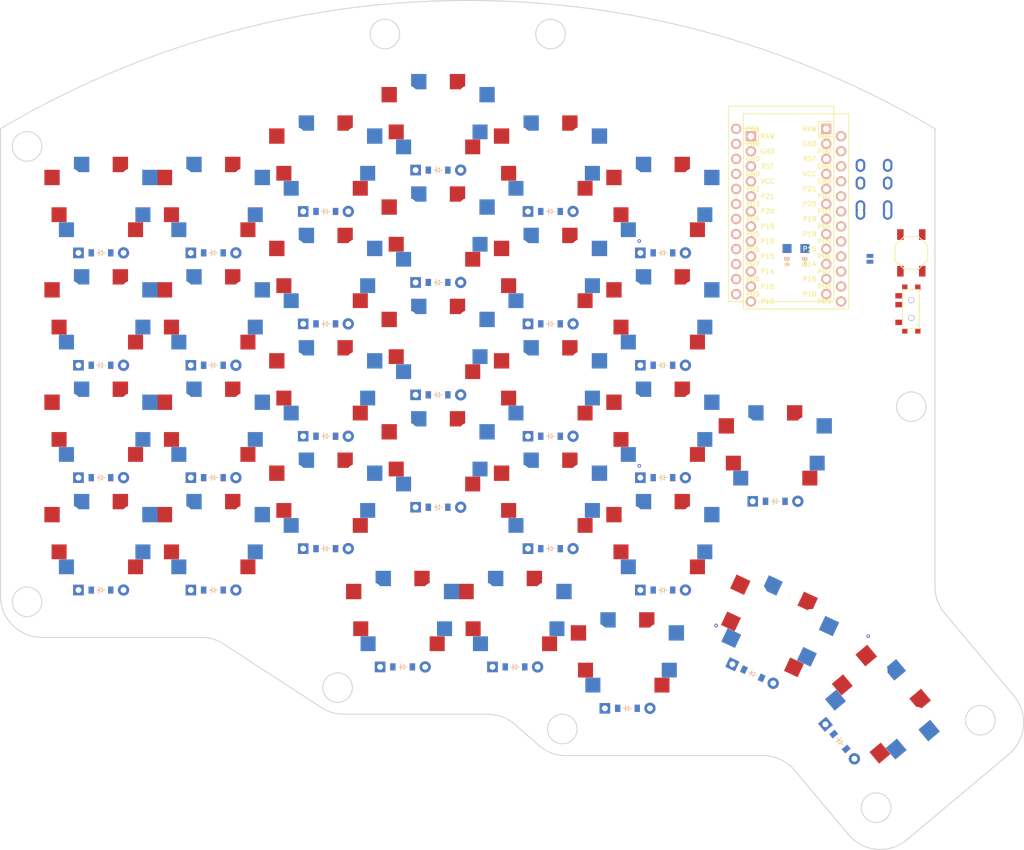
<source format=kicad_pcb>
(kicad_pcb (version 20171130) (host pcbnew 5.1.6)
  (title_block (title insequor58top) (rev v1.0.0) (company Unknown))
  (layers (0 F.Cu signal) (31 B.Cu signal) (34 B.Paste user) (35 F.Paste user) (36 B.SilkS user) (37 F.SilkS user) (38 B.Mask user) (39 F.Mask user) (44 Edge.Cuts user))
  (net 0 "")
  (net 1 "P21")
  (net 2 "GND")
  (net 3 "P6")
  (net 4 "P5")
  (net 5 "P4")
  (net 6 "P3")
  (net 7 "P20")
  (net 8 "P19")
  (net 9 "P18")
  (net 10 "P15")
  (net 11 "P14")
  (net 12 "P7")
  (net 13 "RAW")
  (net 14 "RST")
  (net 15 "VCC")
  (net 16 "P16")
  (net 17 "P10")
  (net 18 "P1")
  (net 19 "P0")
  (net 20 "P2")
  (net 21 "P8")
  (net 22 "P9")
  (net 23 "pos")
  (net 24 "Bplus")
  (module PG1350 (layer F.Cu) (at 0 0 0)
    (fp_text reference "S1" hide)
    (fp_text value "" hide)
    (pad "" np_thru_hole circle (at 0 0) (size 3.429 3.429) (drill 3.429) (layers *.Cu *.Mask))
    (pad "" np_thru_hole circle (at 5.5 0) (size 1.7018 1.7018) (drill 1.7018) (layers *.Cu *.Mask))
    (pad "" np_thru_hole circle (at -5.5 0) (size 1.7018 1.7018) (drill 1.7018) (layers *.Cu *.Mask))
    (pad "" np_thru_hole circle (at 5 -3.75) (size 3 3) (drill 3) (layers *.Cu *.Mask))
    (pad "" np_thru_hole circle (at 0 -5.95) (size 3 3) (drill 3) (layers *.Cu *.Mask))
    (pad 1 smd rect (at -3.275 -5.95 0) (size 2.6 2.6) (layers B.Cu B.Paste B.Mask) (net 1 "P21"))
    (pad 2 smd rect (at 8.275 -3.75 0) (size 2.6 2.6) (layers B.Cu B.Paste B.Mask) (net 2 "GND"))
    (pad "" np_thru_hole circle (at -5 -3.75) (size 3 3) (drill 3) (layers *.Cu *.Mask))
    (pad "" np_thru_hole circle (at 0 -5.95) (size 3 3) (drill 3) (layers *.Cu *.Mask))
    (pad 1 smd rect (at 3.275 -5.95 0) (size 2.6 2.6) (layers F.Cu F.Paste F.Mask) (net 1 "P21"))
    (pad 2 smd rect (at -8.275 -3.75 0) (size 2.6 2.6) (layers F.Cu F.Paste F.Mask) (net 2 "GND"))
  )
  (module MX (layer F.Cu) (at 0 0 180)
    (fp_text reference "S2" hide)
    (fp_text value "" hide)
    (pad "" np_thru_hole circle (at 0 0) (size 3.9878 3.9878) (drill 3.9878) (layers *.Cu *.Mask))
    (pad "" np_thru_hole circle (at 5.08 0) (size 1.7018 1.7018) (drill 1.7018) (layers *.Cu *.Mask))
    (pad "" np_thru_hole circle (at -5.08 0) (size 1.7018 1.7018) (drill 1.7018) (layers *.Cu *.Mask))
    (pad "" np_thru_hole circle (at 2.54 -5.08) (size 3 3) (drill 3) (layers *.Cu *.Mask))
    (pad "" np_thru_hole circle (at -3.81 -2.54) (size 3 3) (drill 3) (layers *.Cu *.Mask))
    (pad 1 smd rect (at -7.085 -2.54 360) (size 2.55 2.5) (layers B.Cu B.Paste B.Mask) (net 1 "P21"))
    (pad 2 smd rect (at 5.842 -5.08 360) (size 2.55 2.5) (layers B.Cu B.Paste B.Mask) (net 2 "GND"))
    (pad "" np_thru_hole circle (at -2.54 -5.08) (size 3 3) (drill 3) (layers *.Cu *.Mask))
    (pad "" np_thru_hole circle (at 3.81 -2.54) (size 3 3) (drill 3) (layers *.Cu *.Mask))
    (pad 1 smd rect (at 7.085 -2.54 360) (size 2.55 2.5) (layers F.Cu F.Paste F.Mask) (net 1 "P21"))
    (pad 2 smd rect (at -5.842 -5.08 360) (size 2.55 2.5) (layers F.Cu F.Paste F.Mask) (net 2 "GND"))
  )
  (module ComboDiode (layer F.Cu) (at 0 9 0)
    (fp_text reference "D1" hide)
    (fp_text value "" hide)
    (pad 1 smd rect (at -1.65 0 0) (size 0.9 1.2) (layers F.Cu F.Paste F.Mask) (net 3 "P6"))
    (pad 2 smd rect (at 1.65 0 0) (size 0.9 1.2) (layers B.Cu B.Paste B.Mask) (net 1 "P21"))
    (pad 1 smd rect (at -1.65 0 0) (size 0.9 1.2) (layers B.Cu B.Paste B.Mask) (net 3 "P6"))
    (pad 2 smd rect (at 1.65 0 0) (size 0.9 1.2) (layers F.Cu F.Paste F.Mask) (net 1 "P21"))
    (pad 1 thru_hole circle (at 3.81 0 0) (size 1.905 1.905) (drill 0.9906) (layers *.Cu *.Mask) (net 1 "P21"))
    (pad 2 thru_hole rect (at -3.81 0 0) (size 1.778 1.778) (drill 0.9906) (layers *.Cu *.Mask) (net 3 "P6"))
  )
  (module PG1350 (layer F.Cu) (at 0 -19 0)
    (fp_text reference "S3" hide)
    (fp_text value "" hide)
    (pad "" np_thru_hole circle (at 0 0) (size 3.429 3.429) (drill 3.429) (layers *.Cu *.Mask))
    (pad "" np_thru_hole circle (at 5.5 0) (size 1.7018 1.7018) (drill 1.7018) (layers *.Cu *.Mask))
    (pad "" np_thru_hole circle (at -5.5 0) (size 1.7018 1.7018) (drill 1.7018) (layers *.Cu *.Mask))
    (pad "" np_thru_hole circle (at 5 -3.75) (size 3 3) (drill 3) (layers *.Cu *.Mask))
    (pad "" np_thru_hole circle (at 0 -5.95) (size 3 3) (drill 3) (layers *.Cu *.Mask))
    (pad 1 smd rect (at -3.275 -5.95 0) (size 2.6 2.6) (layers B.Cu B.Paste B.Mask) (net 1 "P21"))
    (pad 2 smd rect (at 8.275 -3.75 0) (size 2.6 2.6) (layers B.Cu B.Paste B.Mask) (net 2 "GND"))
    (pad "" np_thru_hole circle (at -5 -3.75) (size 3 3) (drill 3) (layers *.Cu *.Mask))
    (pad "" np_thru_hole circle (at 0 -5.95) (size 3 3) (drill 3) (layers *.Cu *.Mask))
    (pad 1 smd rect (at 3.275 -5.95 0) (size 2.6 2.6) (layers F.Cu F.Paste F.Mask) (net 1 "P21"))
    (pad 2 smd rect (at -8.275 -3.75 0) (size 2.6 2.6) (layers F.Cu F.Paste F.Mask) (net 2 "GND"))
  )
  (module MX (layer F.Cu) (at 0 -19 180)
    (fp_text reference "S4" hide)
    (fp_text value "" hide)
    (pad "" np_thru_hole circle (at 0 0) (size 3.9878 3.9878) (drill 3.9878) (layers *.Cu *.Mask))
    (pad "" np_thru_hole circle (at 5.08 0) (size 1.7018 1.7018) (drill 1.7018) (layers *.Cu *.Mask))
    (pad "" np_thru_hole circle (at -5.08 0) (size 1.7018 1.7018) (drill 1.7018) (layers *.Cu *.Mask))
    (pad "" np_thru_hole circle (at 2.54 -5.08) (size 3 3) (drill 3) (layers *.Cu *.Mask))
    (pad "" np_thru_hole circle (at -3.81 -2.54) (size 3 3) (drill 3) (layers *.Cu *.Mask))
    (pad 1 smd rect (at -7.085 -2.54 360) (size 2.55 2.5) (layers B.Cu B.Paste B.Mask) (net 1 "P21"))
    (pad 2 smd rect (at 5.842 -5.08 360) (size 2.55 2.5) (layers B.Cu B.Paste B.Mask) (net 2 "GND"))
    (pad "" np_thru_hole circle (at -2.54 -5.08) (size 3 3) (drill 3) (layers *.Cu *.Mask))
    (pad "" np_thru_hole circle (at 3.81 -2.54) (size 3 3) (drill 3) (layers *.Cu *.Mask))
    (pad 1 smd rect (at 7.085 -2.54 360) (size 2.55 2.5) (layers F.Cu F.Paste F.Mask) (net 1 "P21"))
    (pad 2 smd rect (at -5.842 -5.08 360) (size 2.55 2.5) (layers F.Cu F.Paste F.Mask) (net 2 "GND"))
  )
  (module ComboDiode (layer F.Cu) (at 0 -10 0)
    (fp_text reference "D2" hide)
    (fp_text value "" hide)
    (pad 1 smd rect (at -1.65 0 0) (size 0.9 1.2) (layers F.Cu F.Paste F.Mask) (net 4 "P5"))
    (pad 2 smd rect (at 1.65 0 0) (size 0.9 1.2) (layers B.Cu B.Paste B.Mask) (net 1 "P21"))
    (pad 1 smd rect (at -1.65 0 0) (size 0.9 1.2) (layers B.Cu B.Paste B.Mask) (net 4 "P5"))
    (pad 2 smd rect (at 1.65 0 0) (size 0.9 1.2) (layers F.Cu F.Paste F.Mask) (net 1 "P21"))
    (pad 1 thru_hole circle (at 3.81 0 0) (size 1.905 1.905) (drill 0.9906) (layers *.Cu *.Mask) (net 1 "P21"))
    (pad 2 thru_hole rect (at -3.81 0 0) (size 1.778 1.778) (drill 0.9906) (layers *.Cu *.Mask) (net 4 "P5"))
  )
  (module PG1350 (layer F.Cu) (at 0 -38 0)
    (fp_text reference "S5" hide)
    (fp_text value "" hide)
    (pad "" np_thru_hole circle (at 0 0) (size 3.429 3.429) (drill 3.429) (layers *.Cu *.Mask))
    (pad "" np_thru_hole circle (at 5.5 0) (size 1.7018 1.7018) (drill 1.7018) (layers *.Cu *.Mask))
    (pad "" np_thru_hole circle (at -5.5 0) (size 1.7018 1.7018) (drill 1.7018) (layers *.Cu *.Mask))
    (pad "" np_thru_hole circle (at 5 -3.75) (size 3 3) (drill 3) (layers *.Cu *.Mask))
    (pad "" np_thru_hole circle (at 0 -5.95) (size 3 3) (drill 3) (layers *.Cu *.Mask))
    (pad 1 smd rect (at -3.275 -5.95 0) (size 2.6 2.6) (layers B.Cu B.Paste B.Mask) (net 1 "P21"))
    (pad 2 smd rect (at 8.275 -3.75 0) (size 2.6 2.6) (layers B.Cu B.Paste B.Mask) (net 2 "GND"))
    (pad "" np_thru_hole circle (at -5 -3.75) (size 3 3) (drill 3) (layers *.Cu *.Mask))
    (pad "" np_thru_hole circle (at 0 -5.95) (size 3 3) (drill 3) (layers *.Cu *.Mask))
    (pad 1 smd rect (at 3.275 -5.95 0) (size 2.6 2.6) (layers F.Cu F.Paste F.Mask) (net 1 "P21"))
    (pad 2 smd rect (at -8.275 -3.75 0) (size 2.6 2.6) (layers F.Cu F.Paste F.Mask) (net 2 "GND"))
  )
  (module MX (layer F.Cu) (at 0 -38 180)
    (fp_text reference "S6" hide)
    (fp_text value "" hide)
    (pad "" np_thru_hole circle (at 0 0) (size 3.9878 3.9878) (drill 3.9878) (layers *.Cu *.Mask))
    (pad "" np_thru_hole circle (at 5.08 0) (size 1.7018 1.7018) (drill 1.7018) (layers *.Cu *.Mask))
    (pad "" np_thru_hole circle (at -5.08 0) (size 1.7018 1.7018) (drill 1.7018) (layers *.Cu *.Mask))
    (pad "" np_thru_hole circle (at 2.54 -5.08) (size 3 3) (drill 3) (layers *.Cu *.Mask))
    (pad "" np_thru_hole circle (at -3.81 -2.54) (size 3 3) (drill 3) (layers *.Cu *.Mask))
    (pad 1 smd rect (at -7.085 -2.54 360) (size 2.55 2.5) (layers B.Cu B.Paste B.Mask) (net 1 "P21"))
    (pad 2 smd rect (at 5.842 -5.08 360) (size 2.55 2.5) (layers B.Cu B.Paste B.Mask) (net 2 "GND"))
    (pad "" np_thru_hole circle (at -2.54 -5.08) (size 3 3) (drill 3) (layers *.Cu *.Mask))
    (pad "" np_thru_hole circle (at 3.81 -2.54) (size 3 3) (drill 3) (layers *.Cu *.Mask))
    (pad 1 smd rect (at 7.085 -2.54 360) (size 2.55 2.5) (layers F.Cu F.Paste F.Mask) (net 1 "P21"))
    (pad 2 smd rect (at -5.842 -5.08 360) (size 2.55 2.5) (layers F.Cu F.Paste F.Mask) (net 2 "GND"))
  )
  (module ComboDiode (layer F.Cu) (at 0 -29 0)
    (fp_text reference "D3" hide)
    (fp_text value "" hide)
    (pad 1 smd rect (at -1.65 0 0) (size 0.9 1.2) (layers F.Cu F.Paste F.Mask) (net 5 "P4"))
    (pad 2 smd rect (at 1.65 0 0) (size 0.9 1.2) (layers B.Cu B.Paste B.Mask) (net 1 "P21"))
    (pad 1 smd rect (at -1.65 0 0) (size 0.9 1.2) (layers B.Cu B.Paste B.Mask) (net 5 "P4"))
    (pad 2 smd rect (at 1.65 0 0) (size 0.9 1.2) (layers F.Cu F.Paste F.Mask) (net 1 "P21"))
    (pad 1 thru_hole circle (at 3.81 0 0) (size 1.905 1.905) (drill 0.9906) (layers *.Cu *.Mask) (net 1 "P21"))
    (pad 2 thru_hole rect (at -3.81 0 0) (size 1.778 1.778) (drill 0.9906) (layers *.Cu *.Mask) (net 5 "P4"))
  )
  (module PG1350 (layer F.Cu) (at 0 -57 0)
    (fp_text reference "S7" hide)
    (fp_text value "" hide)
    (pad "" np_thru_hole circle (at 0 0) (size 3.429 3.429) (drill 3.429) (layers *.Cu *.Mask))
    (pad "" np_thru_hole circle (at 5.5 0) (size 1.7018 1.7018) (drill 1.7018) (layers *.Cu *.Mask))
    (pad "" np_thru_hole circle (at -5.5 0) (size 1.7018 1.7018) (drill 1.7018) (layers *.Cu *.Mask))
    (pad "" np_thru_hole circle (at 5 -3.75) (size 3 3) (drill 3) (layers *.Cu *.Mask))
    (pad "" np_thru_hole circle (at 0 -5.95) (size 3 3) (drill 3) (layers *.Cu *.Mask))
    (pad 1 smd rect (at -3.275 -5.95 0) (size 2.6 2.6) (layers B.Cu B.Paste B.Mask) (net 1 "P21"))
    (pad 2 smd rect (at 8.275 -3.75 0) (size 2.6 2.6) (layers B.Cu B.Paste B.Mask) (net 2 "GND"))
    (pad "" np_thru_hole circle (at -5 -3.75) (size 3 3) (drill 3) (layers *.Cu *.Mask))
    (pad "" np_thru_hole circle (at 0 -5.95) (size 3 3) (drill 3) (layers *.Cu *.Mask))
    (pad 1 smd rect (at 3.275 -5.95 0) (size 2.6 2.6) (layers F.Cu F.Paste F.Mask) (net 1 "P21"))
    (pad 2 smd rect (at -8.275 -3.75 0) (size 2.6 2.6) (layers F.Cu F.Paste F.Mask) (net 2 "GND"))
  )
  (module MX (layer F.Cu) (at 0 -57 180)
    (fp_text reference "S8" hide)
    (fp_text value "" hide)
    (pad "" np_thru_hole circle (at 0 0) (size 3.9878 3.9878) (drill 3.9878) (layers *.Cu *.Mask))
    (pad "" np_thru_hole circle (at 5.08 0) (size 1.7018 1.7018) (drill 1.7018) (layers *.Cu *.Mask))
    (pad "" np_thru_hole circle (at -5.08 0) (size 1.7018 1.7018) (drill 1.7018) (layers *.Cu *.Mask))
    (pad "" np_thru_hole circle (at 2.54 -5.08) (size 3 3) (drill 3) (layers *.Cu *.Mask))
    (pad "" np_thru_hole circle (at -3.81 -2.54) (size 3 3) (drill 3) (layers *.Cu *.Mask))
    (pad 1 smd rect (at -7.085 -2.54 360) (size 2.55 2.5) (layers B.Cu B.Paste B.Mask) (net 1 "P21"))
    (pad 2 smd rect (at 5.842 -5.08 360) (size 2.55 2.5) (layers B.Cu B.Paste B.Mask) (net 2 "GND"))
    (pad "" np_thru_hole circle (at -2.54 -5.08) (size 3 3) (drill 3) (layers *.Cu *.Mask))
    (pad "" np_thru_hole circle (at 3.81 -2.54) (size 3 3) (drill 3) (layers *.Cu *.Mask))
    (pad 1 smd rect (at 7.085 -2.54 360) (size 2.55 2.5) (layers F.Cu F.Paste F.Mask) (net 1 "P21"))
    (pad 2 smd rect (at -5.842 -5.08 360) (size 2.55 2.5) (layers F.Cu F.Paste F.Mask) (net 2 "GND"))
  )
  (module ComboDiode (layer F.Cu) (at 0 -48 0)
    (fp_text reference "D4" hide)
    (fp_text value "" hide)
    (pad 1 smd rect (at -1.65 0 0) (size 0.9 1.2) (layers F.Cu F.Paste F.Mask) (net 6 "P3"))
    (pad 2 smd rect (at 1.65 0 0) (size 0.9 1.2) (layers B.Cu B.Paste B.Mask) (net 1 "P21"))
    (pad 1 smd rect (at -1.65 0 0) (size 0.9 1.2) (layers B.Cu B.Paste B.Mask) (net 6 "P3"))
    (pad 2 smd rect (at 1.65 0 0) (size 0.9 1.2) (layers F.Cu F.Paste F.Mask) (net 1 "P21"))
    (pad 1 thru_hole circle (at 3.81 0 0) (size 1.905 1.905) (drill 0.9906) (layers *.Cu *.Mask) (net 1 "P21"))
    (pad 2 thru_hole rect (at -3.81 0 0) (size 1.778 1.778) (drill 0.9906) (layers *.Cu *.Mask) (net 6 "P3"))
  )
  (module PG1350 (layer F.Cu) (at 19 0 0)
    (fp_text reference "S9" hide)
    (fp_text value "" hide)
    (pad "" np_thru_hole circle (at 0 0) (size 3.429 3.429) (drill 3.429) (layers *.Cu *.Mask))
    (pad "" np_thru_hole circle (at 5.5 0) (size 1.7018 1.7018) (drill 1.7018) (layers *.Cu *.Mask))
    (pad "" np_thru_hole circle (at -5.5 0) (size 1.7018 1.7018) (drill 1.7018) (layers *.Cu *.Mask))
    (pad "" np_thru_hole circle (at 5 -3.75) (size 3 3) (drill 3) (layers *.Cu *.Mask))
    (pad "" np_thru_hole circle (at 0 -5.95) (size 3 3) (drill 3) (layers *.Cu *.Mask))
    (pad 1 smd rect (at -3.275 -5.95 0) (size 2.6 2.6) (layers B.Cu B.Paste B.Mask) (net 7 "P20"))
    (pad 2 smd rect (at 8.275 -3.75 0) (size 2.6 2.6) (layers B.Cu B.Paste B.Mask) (net 2 "GND"))
    (pad "" np_thru_hole circle (at -5 -3.75) (size 3 3) (drill 3) (layers *.Cu *.Mask))
    (pad "" np_thru_hole circle (at 0 -5.95) (size 3 3) (drill 3) (layers *.Cu *.Mask))
    (pad 1 smd rect (at 3.275 -5.95 0) (size 2.6 2.6) (layers F.Cu F.Paste F.Mask) (net 7 "P20"))
    (pad 2 smd rect (at -8.275 -3.75 0) (size 2.6 2.6) (layers F.Cu F.Paste F.Mask) (net 2 "GND"))
  )
  (module MX (layer F.Cu) (at 19 0 180)
    (fp_text reference "S10" hide)
    (fp_text value "" hide)
    (pad "" np_thru_hole circle (at 0 0) (size 3.9878 3.9878) (drill 3.9878) (layers *.Cu *.Mask))
    (pad "" np_thru_hole circle (at 5.08 0) (size 1.7018 1.7018) (drill 1.7018) (layers *.Cu *.Mask))
    (pad "" np_thru_hole circle (at -5.08 0) (size 1.7018 1.7018) (drill 1.7018) (layers *.Cu *.Mask))
    (pad "" np_thru_hole circle (at 2.54 -5.08) (size 3 3) (drill 3) (layers *.Cu *.Mask))
    (pad "" np_thru_hole circle (at -3.81 -2.54) (size 3 3) (drill 3) (layers *.Cu *.Mask))
    (pad 1 smd rect (at -7.085 -2.54 360) (size 2.55 2.5) (layers B.Cu B.Paste B.Mask) (net 7 "P20"))
    (pad 2 smd rect (at 5.842 -5.08 360) (size 2.55 2.5) (layers B.Cu B.Paste B.Mask) (net 2 "GND"))
    (pad "" np_thru_hole circle (at -2.54 -5.08) (size 3 3) (drill 3) (layers *.Cu *.Mask))
    (pad "" np_thru_hole circle (at 3.81 -2.54) (size 3 3) (drill 3) (layers *.Cu *.Mask))
    (pad 1 smd rect (at 7.085 -2.54 360) (size 2.55 2.5) (layers F.Cu F.Paste F.Mask) (net 7 "P20"))
    (pad 2 smd rect (at -5.842 -5.08 360) (size 2.55 2.5) (layers F.Cu F.Paste F.Mask) (net 2 "GND"))
  )
  (module ComboDiode (layer F.Cu) (at 19 9 0)
    (fp_text reference "D5" hide)
    (fp_text value "" hide)
    (pad 1 smd rect (at -1.65 0 0) (size 0.9 1.2) (layers F.Cu F.Paste F.Mask) (net 3 "P6"))
    (pad 2 smd rect (at 1.65 0 0) (size 0.9 1.2) (layers B.Cu B.Paste B.Mask) (net 7 "P20"))
    (pad 1 smd rect (at -1.65 0 0) (size 0.9 1.2) (layers B.Cu B.Paste B.Mask) (net 3 "P6"))
    (pad 2 smd rect (at 1.65 0 0) (size 0.9 1.2) (layers F.Cu F.Paste F.Mask) (net 7 "P20"))
    (pad 1 thru_hole circle (at 3.81 0 0) (size 1.905 1.905) (drill 0.9906) (layers *.Cu *.Mask) (net 7 "P20"))
    (pad 2 thru_hole rect (at -3.81 0 0) (size 1.778 1.778) (drill 0.9906) (layers *.Cu *.Mask) (net 3 "P6"))
  )
  (module PG1350 (layer F.Cu) (at 19 -19 0)
    (fp_text reference "S11" hide)
    (fp_text value "" hide)
    (pad "" np_thru_hole circle (at 0 0) (size 3.429 3.429) (drill 3.429) (layers *.Cu *.Mask))
    (pad "" np_thru_hole circle (at 5.5 0) (size 1.7018 1.7018) (drill 1.7018) (layers *.Cu *.Mask))
    (pad "" np_thru_hole circle (at -5.5 0) (size 1.7018 1.7018) (drill 1.7018) (layers *.Cu *.Mask))
    (pad "" np_thru_hole circle (at 5 -3.75) (size 3 3) (drill 3) (layers *.Cu *.Mask))
    (pad "" np_thru_hole circle (at 0 -5.95) (size 3 3) (drill 3) (layers *.Cu *.Mask))
    (pad 1 smd rect (at -3.275 -5.95 0) (size 2.6 2.6) (layers B.Cu B.Paste B.Mask) (net 7 "P20"))
    (pad 2 smd rect (at 8.275 -3.75 0) (size 2.6 2.6) (layers B.Cu B.Paste B.Mask) (net 2 "GND"))
    (pad "" np_thru_hole circle (at -5 -3.75) (size 3 3) (drill 3) (layers *.Cu *.Mask))
    (pad "" np_thru_hole circle (at 0 -5.95) (size 3 3) (drill 3) (layers *.Cu *.Mask))
    (pad 1 smd rect (at 3.275 -5.95 0) (size 2.6 2.6) (layers F.Cu F.Paste F.Mask) (net 7 "P20"))
    (pad 2 smd rect (at -8.275 -3.75 0) (size 2.6 2.6) (layers F.Cu F.Paste F.Mask) (net 2 "GND"))
  )
  (module MX (layer F.Cu) (at 19 -19 180)
    (fp_text reference "S12" hide)
    (fp_text value "" hide)
    (pad "" np_thru_hole circle (at 0 0) (size 3.9878 3.9878) (drill 3.9878) (layers *.Cu *.Mask))
    (pad "" np_thru_hole circle (at 5.08 0) (size 1.7018 1.7018) (drill 1.7018) (layers *.Cu *.Mask))
    (pad "" np_thru_hole circle (at -5.08 0) (size 1.7018 1.7018) (drill 1.7018) (layers *.Cu *.Mask))
    (pad "" np_thru_hole circle (at 2.54 -5.08) (size 3 3) (drill 3) (layers *.Cu *.Mask))
    (pad "" np_thru_hole circle (at -3.81 -2.54) (size 3 3) (drill 3) (layers *.Cu *.Mask))
    (pad 1 smd rect (at -7.085 -2.54 360) (size 2.55 2.5) (layers B.Cu B.Paste B.Mask) (net 7 "P20"))
    (pad 2 smd rect (at 5.842 -5.08 360) (size 2.55 2.5) (layers B.Cu B.Paste B.Mask) (net 2 "GND"))
    (pad "" np_thru_hole circle (at -2.54 -5.08) (size 3 3) (drill 3) (layers *.Cu *.Mask))
    (pad "" np_thru_hole circle (at 3.81 -2.54) (size 3 3) (drill 3) (layers *.Cu *.Mask))
    (pad 1 smd rect (at 7.085 -2.54 360) (size 2.55 2.5) (layers F.Cu F.Paste F.Mask) (net 7 "P20"))
    (pad 2 smd rect (at -5.842 -5.08 360) (size 2.55 2.5) (layers F.Cu F.Paste F.Mask) (net 2 "GND"))
  )
  (module ComboDiode (layer F.Cu) (at 19 -10 0)
    (fp_text reference "D6" hide)
    (fp_text value "" hide)
    (pad 1 smd rect (at -1.65 0 0) (size 0.9 1.2) (layers F.Cu F.Paste F.Mask) (net 4 "P5"))
    (pad 2 smd rect (at 1.65 0 0) (size 0.9 1.2) (layers B.Cu B.Paste B.Mask) (net 7 "P20"))
    (pad 1 smd rect (at -1.65 0 0) (size 0.9 1.2) (layers B.Cu B.Paste B.Mask) (net 4 "P5"))
    (pad 2 smd rect (at 1.65 0 0) (size 0.9 1.2) (layers F.Cu F.Paste F.Mask) (net 7 "P20"))
    (pad 1 thru_hole circle (at 3.81 0 0) (size 1.905 1.905) (drill 0.9906) (layers *.Cu *.Mask) (net 7 "P20"))
    (pad 2 thru_hole rect (at -3.81 0 0) (size 1.778 1.778) (drill 0.9906) (layers *.Cu *.Mask) (net 4 "P5"))
  )
  (module PG1350 (layer F.Cu) (at 19 -38 0)
    (fp_text reference "S13" hide)
    (fp_text value "" hide)
    (pad "" np_thru_hole circle (at 0 0) (size 3.429 3.429) (drill 3.429) (layers *.Cu *.Mask))
    (pad "" np_thru_hole circle (at 5.5 0) (size 1.7018 1.7018) (drill 1.7018) (layers *.Cu *.Mask))
    (pad "" np_thru_hole circle (at -5.5 0) (size 1.7018 1.7018) (drill 1.7018) (layers *.Cu *.Mask))
    (pad "" np_thru_hole circle (at 5 -3.75) (size 3 3) (drill 3) (layers *.Cu *.Mask))
    (pad "" np_thru_hole circle (at 0 -5.95) (size 3 3) (drill 3) (layers *.Cu *.Mask))
    (pad 1 smd rect (at -3.275 -5.95 0) (size 2.6 2.6) (layers B.Cu B.Paste B.Mask) (net 7 "P20"))
    (pad 2 smd rect (at 8.275 -3.75 0) (size 2.6 2.6) (layers B.Cu B.Paste B.Mask) (net 2 "GND"))
    (pad "" np_thru_hole circle (at -5 -3.75) (size 3 3) (drill 3) (layers *.Cu *.Mask))
    (pad "" np_thru_hole circle (at 0 -5.95) (size 3 3) (drill 3) (layers *.Cu *.Mask))
    (pad 1 smd rect (at 3.275 -5.95 0) (size 2.6 2.6) (layers F.Cu F.Paste F.Mask) (net 7 "P20"))
    (pad 2 smd rect (at -8.275 -3.75 0) (size 2.6 2.6) (layers F.Cu F.Paste F.Mask) (net 2 "GND"))
  )
  (module MX (layer F.Cu) (at 19 -38 180)
    (fp_text reference "S14" hide)
    (fp_text value "" hide)
    (pad "" np_thru_hole circle (at 0 0) (size 3.9878 3.9878) (drill 3.9878) (layers *.Cu *.Mask))
    (pad "" np_thru_hole circle (at 5.08 0) (size 1.7018 1.7018) (drill 1.7018) (layers *.Cu *.Mask))
    (pad "" np_thru_hole circle (at -5.08 0) (size 1.7018 1.7018) (drill 1.7018) (layers *.Cu *.Mask))
    (pad "" np_thru_hole circle (at 2.54 -5.08) (size 3 3) (drill 3) (layers *.Cu *.Mask))
    (pad "" np_thru_hole circle (at -3.81 -2.54) (size 3 3) (drill 3) (layers *.Cu *.Mask))
    (pad 1 smd rect (at -7.085 -2.54 360) (size 2.55 2.5) (layers B.Cu B.Paste B.Mask) (net 7 "P20"))
    (pad 2 smd rect (at 5.842 -5.08 360) (size 2.55 2.5) (layers B.Cu B.Paste B.Mask) (net 2 "GND"))
    (pad "" np_thru_hole circle (at -2.54 -5.08) (size 3 3) (drill 3) (layers *.Cu *.Mask))
    (pad "" np_thru_hole circle (at 3.81 -2.54) (size 3 3) (drill 3) (layers *.Cu *.Mask))
    (pad 1 smd rect (at 7.085 -2.54 360) (size 2.55 2.5) (layers F.Cu F.Paste F.Mask) (net 7 "P20"))
    (pad 2 smd rect (at -5.842 -5.08 360) (size 2.55 2.5) (layers F.Cu F.Paste F.Mask) (net 2 "GND"))
  )
  (module ComboDiode (layer F.Cu) (at 19 -29 0)
    (fp_text reference "D7" hide)
    (fp_text value "" hide)
    (pad 1 smd rect (at -1.65 0 0) (size 0.9 1.2) (layers F.Cu F.Paste F.Mask) (net 5 "P4"))
    (pad 2 smd rect (at 1.65 0 0) (size 0.9 1.2) (layers B.Cu B.Paste B.Mask) (net 7 "P20"))
    (pad 1 smd rect (at -1.65 0 0) (size 0.9 1.2) (layers B.Cu B.Paste B.Mask) (net 5 "P4"))
    (pad 2 smd rect (at 1.65 0 0) (size 0.9 1.2) (layers F.Cu F.Paste F.Mask) (net 7 "P20"))
    (pad 1 thru_hole circle (at 3.81 0 0) (size 1.905 1.905) (drill 0.9906) (layers *.Cu *.Mask) (net 7 "P20"))
    (pad 2 thru_hole rect (at -3.81 0 0) (size 1.778 1.778) (drill 0.9906) (layers *.Cu *.Mask) (net 5 "P4"))
  )
  (module PG1350 (layer F.Cu) (at 19 -57 0)
    (fp_text reference "S15" hide)
    (fp_text value "" hide)
    (pad "" np_thru_hole circle (at 0 0) (size 3.429 3.429) (drill 3.429) (layers *.Cu *.Mask))
    (pad "" np_thru_hole circle (at 5.5 0) (size 1.7018 1.7018) (drill 1.7018) (layers *.Cu *.Mask))
    (pad "" np_thru_hole circle (at -5.5 0) (size 1.7018 1.7018) (drill 1.7018) (layers *.Cu *.Mask))
    (pad "" np_thru_hole circle (at 5 -3.75) (size 3 3) (drill 3) (layers *.Cu *.Mask))
    (pad "" np_thru_hole circle (at 0 -5.95) (size 3 3) (drill 3) (layers *.Cu *.Mask))
    (pad 1 smd rect (at -3.275 -5.95 0) (size 2.6 2.6) (layers B.Cu B.Paste B.Mask) (net 7 "P20"))
    (pad 2 smd rect (at 8.275 -3.75 0) (size 2.6 2.6) (layers B.Cu B.Paste B.Mask) (net 2 "GND"))
    (pad "" np_thru_hole circle (at -5 -3.75) (size 3 3) (drill 3) (layers *.Cu *.Mask))
    (pad "" np_thru_hole circle (at 0 -5.95) (size 3 3) (drill 3) (layers *.Cu *.Mask))
    (pad 1 smd rect (at 3.275 -5.95 0) (size 2.6 2.6) (layers F.Cu F.Paste F.Mask) (net 7 "P20"))
    (pad 2 smd rect (at -8.275 -3.75 0) (size 2.6 2.6) (layers F.Cu F.Paste F.Mask) (net 2 "GND"))
  )
  (module MX (layer F.Cu) (at 19 -57 180)
    (fp_text reference "S16" hide)
    (fp_text value "" hide)
    (pad "" np_thru_hole circle (at 0 0) (size 3.9878 3.9878) (drill 3.9878) (layers *.Cu *.Mask))
    (pad "" np_thru_hole circle (at 5.08 0) (size 1.7018 1.7018) (drill 1.7018) (layers *.Cu *.Mask))
    (pad "" np_thru_hole circle (at -5.08 0) (size 1.7018 1.7018) (drill 1.7018) (layers *.Cu *.Mask))
    (pad "" np_thru_hole circle (at 2.54 -5.08) (size 3 3) (drill 3) (layers *.Cu *.Mask))
    (pad "" np_thru_hole circle (at -3.81 -2.54) (size 3 3) (drill 3) (layers *.Cu *.Mask))
    (pad 1 smd rect (at -7.085 -2.54 360) (size 2.55 2.5) (layers B.Cu B.Paste B.Mask) (net 7 "P20"))
    (pad 2 smd rect (at 5.842 -5.08 360) (size 2.55 2.5) (layers B.Cu B.Paste B.Mask) (net 2 "GND"))
    (pad "" np_thru_hole circle (at -2.54 -5.08) (size 3 3) (drill 3) (layers *.Cu *.Mask))
    (pad "" np_thru_hole circle (at 3.81 -2.54) (size 3 3) (drill 3) (layers *.Cu *.Mask))
    (pad 1 smd rect (at 7.085 -2.54 360) (size 2.55 2.5) (layers F.Cu F.Paste F.Mask) (net 7 "P20"))
    (pad 2 smd rect (at -5.842 -5.08 360) (size 2.55 2.5) (layers F.Cu F.Paste F.Mask) (net 2 "GND"))
  )
  (module ComboDiode (layer F.Cu) (at 19 -48 0)
    (fp_text reference "D8" hide)
    (fp_text value "" hide)
    (pad 1 smd rect (at -1.65 0 0) (size 0.9 1.2) (layers F.Cu F.Paste F.Mask) (net 6 "P3"))
    (pad 2 smd rect (at 1.65 0 0) (size 0.9 1.2) (layers B.Cu B.Paste B.Mask) (net 7 "P20"))
    (pad 1 smd rect (at -1.65 0 0) (size 0.9 1.2) (layers B.Cu B.Paste B.Mask) (net 6 "P3"))
    (pad 2 smd rect (at 1.65 0 0) (size 0.9 1.2) (layers F.Cu F.Paste F.Mask) (net 7 "P20"))
    (pad 1 thru_hole circle (at 3.81 0 0) (size 1.905 1.905) (drill 0.9906) (layers *.Cu *.Mask) (net 7 "P20"))
    (pad 2 thru_hole rect (at -3.81 0 0) (size 1.778 1.778) (drill 0.9906) (layers *.Cu *.Mask) (net 6 "P3"))
  )
  (module PG1350 (layer F.Cu) (at 38 -7 0)
    (fp_text reference "S17" hide)
    (fp_text value "" hide)
    (pad "" np_thru_hole circle (at 0 0) (size 3.429 3.429) (drill 3.429) (layers *.Cu *.Mask))
    (pad "" np_thru_hole circle (at 5.5 0) (size 1.7018 1.7018) (drill 1.7018) (layers *.Cu *.Mask))
    (pad "" np_thru_hole circle (at -5.5 0) (size 1.7018 1.7018) (drill 1.7018) (layers *.Cu *.Mask))
    (pad "" np_thru_hole circle (at 5 -3.75) (size 3 3) (drill 3) (layers *.Cu *.Mask))
    (pad "" np_thru_hole circle (at 0 -5.95) (size 3 3) (drill 3) (layers *.Cu *.Mask))
    (pad 1 smd rect (at -3.275 -5.95 0) (size 2.6 2.6) (layers B.Cu B.Paste B.Mask) (net 8 "P19"))
    (pad 2 smd rect (at 8.275 -3.75 0) (size 2.6 2.6) (layers B.Cu B.Paste B.Mask) (net 2 "GND"))
    (pad "" np_thru_hole circle (at -5 -3.75) (size 3 3) (drill 3) (layers *.Cu *.Mask))
    (pad "" np_thru_hole circle (at 0 -5.95) (size 3 3) (drill 3) (layers *.Cu *.Mask))
    (pad 1 smd rect (at 3.275 -5.95 0) (size 2.6 2.6) (layers F.Cu F.Paste F.Mask) (net 8 "P19"))
    (pad 2 smd rect (at -8.275 -3.75 0) (size 2.6 2.6) (layers F.Cu F.Paste F.Mask) (net 2 "GND"))
  )
  (module MX (layer F.Cu) (at 38 -7 180)
    (fp_text reference "S18" hide)
    (fp_text value "" hide)
    (pad "" np_thru_hole circle (at 0 0) (size 3.9878 3.9878) (drill 3.9878) (layers *.Cu *.Mask))
    (pad "" np_thru_hole circle (at 5.08 0) (size 1.7018 1.7018) (drill 1.7018) (layers *.Cu *.Mask))
    (pad "" np_thru_hole circle (at -5.08 0) (size 1.7018 1.7018) (drill 1.7018) (layers *.Cu *.Mask))
    (pad "" np_thru_hole circle (at 2.54 -5.08) (size 3 3) (drill 3) (layers *.Cu *.Mask))
    (pad "" np_thru_hole circle (at -3.81 -2.54) (size 3 3) (drill 3) (layers *.Cu *.Mask))
    (pad 1 smd rect (at -7.085 -2.54 360) (size 2.55 2.5) (layers B.Cu B.Paste B.Mask) (net 8 "P19"))
    (pad 2 smd rect (at 5.842 -5.08 360) (size 2.55 2.5) (layers B.Cu B.Paste B.Mask) (net 2 "GND"))
    (pad "" np_thru_hole circle (at -2.54 -5.08) (size 3 3) (drill 3) (layers *.Cu *.Mask))
    (pad "" np_thru_hole circle (at 3.81 -2.54) (size 3 3) (drill 3) (layers *.Cu *.Mask))
    (pad 1 smd rect (at 7.085 -2.54 360) (size 2.55 2.5) (layers F.Cu F.Paste F.Mask) (net 8 "P19"))
    (pad 2 smd rect (at -5.842 -5.08 360) (size 2.55 2.5) (layers F.Cu F.Paste F.Mask) (net 2 "GND"))
  )
  (module ComboDiode (layer F.Cu) (at 38 2 0)
    (fp_text reference "D9" hide)
    (fp_text value "" hide)
    (pad 1 smd rect (at -1.65 0 0) (size 0.9 1.2) (layers F.Cu F.Paste F.Mask) (net 3 "P6"))
    (pad 2 smd rect (at 1.65 0 0) (size 0.9 1.2) (layers B.Cu B.Paste B.Mask) (net 8 "P19"))
    (pad 1 smd rect (at -1.65 0 0) (size 0.9 1.2) (layers B.Cu B.Paste B.Mask) (net 3 "P6"))
    (pad 2 smd rect (at 1.65 0 0) (size 0.9 1.2) (layers F.Cu F.Paste F.Mask) (net 8 "P19"))
    (pad 1 thru_hole circle (at 3.81 0 0) (size 1.905 1.905) (drill 0.9906) (layers *.Cu *.Mask) (net 8 "P19"))
    (pad 2 thru_hole rect (at -3.81 0 0) (size 1.778 1.778) (drill 0.9906) (layers *.Cu *.Mask) (net 3 "P6"))
  )
  (module PG1350 (layer F.Cu) (at 38 -26 0)
    (fp_text reference "S19" hide)
    (fp_text value "" hide)
    (pad "" np_thru_hole circle (at 0 0) (size 3.429 3.429) (drill 3.429) (layers *.Cu *.Mask))
    (pad "" np_thru_hole circle (at 5.5 0) (size 1.7018 1.7018) (drill 1.7018) (layers *.Cu *.Mask))
    (pad "" np_thru_hole circle (at -5.5 0) (size 1.7018 1.7018) (drill 1.7018) (layers *.Cu *.Mask))
    (pad "" np_thru_hole circle (at 5 -3.75) (size 3 3) (drill 3) (layers *.Cu *.Mask))
    (pad "" np_thru_hole circle (at 0 -5.95) (size 3 3) (drill 3) (layers *.Cu *.Mask))
    (pad 1 smd rect (at -3.275 -5.95 0) (size 2.6 2.6) (layers B.Cu B.Paste B.Mask) (net 8 "P19"))
    (pad 2 smd rect (at 8.275 -3.75 0) (size 2.6 2.6) (layers B.Cu B.Paste B.Mask) (net 2 "GND"))
    (pad "" np_thru_hole circle (at -5 -3.75) (size 3 3) (drill 3) (layers *.Cu *.Mask))
    (pad "" np_thru_hole circle (at 0 -5.95) (size 3 3) (drill 3) (layers *.Cu *.Mask))
    (pad 1 smd rect (at 3.275 -5.95 0) (size 2.6 2.6) (layers F.Cu F.Paste F.Mask) (net 8 "P19"))
    (pad 2 smd rect (at -8.275 -3.75 0) (size 2.6 2.6) (layers F.Cu F.Paste F.Mask) (net 2 "GND"))
  )
  (module MX (layer F.Cu) (at 38 -26 180)
    (fp_text reference "S20" hide)
    (fp_text value "" hide)
    (pad "" np_thru_hole circle (at 0 0) (size 3.9878 3.9878) (drill 3.9878) (layers *.Cu *.Mask))
    (pad "" np_thru_hole circle (at 5.08 0) (size 1.7018 1.7018) (drill 1.7018) (layers *.Cu *.Mask))
    (pad "" np_thru_hole circle (at -5.08 0) (size 1.7018 1.7018) (drill 1.7018) (layers *.Cu *.Mask))
    (pad "" np_thru_hole circle (at 2.54 -5.08) (size 3 3) (drill 3) (layers *.Cu *.Mask))
    (pad "" np_thru_hole circle (at -3.81 -2.54) (size 3 3) (drill 3) (layers *.Cu *.Mask))
    (pad 1 smd rect (at -7.085 -2.54 360) (size 2.55 2.5) (layers B.Cu B.Paste B.Mask) (net 8 "P19"))
    (pad 2 smd rect (at 5.842 -5.08 360) (size 2.55 2.5) (layers B.Cu B.Paste B.Mask) (net 2 "GND"))
    (pad "" np_thru_hole circle (at -2.54 -5.08) (size 3 3) (drill 3) (layers *.Cu *.Mask))
    (pad "" np_thru_hole circle (at 3.81 -2.54) (size 3 3) (drill 3) (layers *.Cu *.Mask))
    (pad 1 smd rect (at 7.085 -2.54 360) (size 2.55 2.5) (layers F.Cu F.Paste F.Mask) (net 8 "P19"))
    (pad 2 smd rect (at -5.842 -5.08 360) (size 2.55 2.5) (layers F.Cu F.Paste F.Mask) (net 2 "GND"))
  )
  (module ComboDiode (layer F.Cu) (at 38 -17 0)
    (fp_text reference "D10" hide)
    (fp_text value "" hide)
    (pad 1 smd rect (at -1.65 0 0) (size 0.9 1.2) (layers F.Cu F.Paste F.Mask) (net 4 "P5"))
    (pad 2 smd rect (at 1.65 0 0) (size 0.9 1.2) (layers B.Cu B.Paste B.Mask) (net 8 "P19"))
    (pad 1 smd rect (at -1.65 0 0) (size 0.9 1.2) (layers B.Cu B.Paste B.Mask) (net 4 "P5"))
    (pad 2 smd rect (at 1.65 0 0) (size 0.9 1.2) (layers F.Cu F.Paste F.Mask) (net 8 "P19"))
    (pad 1 thru_hole circle (at 3.81 0 0) (size 1.905 1.905) (drill 0.9906) (layers *.Cu *.Mask) (net 8 "P19"))
    (pad 2 thru_hole rect (at -3.81 0 0) (size 1.778 1.778) (drill 0.9906) (layers *.Cu *.Mask) (net 4 "P5"))
  )
  (module PG1350 (layer F.Cu) (at 38 -45 0)
    (fp_text reference "S21" hide)
    (fp_text value "" hide)
    (pad "" np_thru_hole circle (at 0 0) (size 3.429 3.429) (drill 3.429) (layers *.Cu *.Mask))
    (pad "" np_thru_hole circle (at 5.5 0) (size 1.7018 1.7018) (drill 1.7018) (layers *.Cu *.Mask))
    (pad "" np_thru_hole circle (at -5.5 0) (size 1.7018 1.7018) (drill 1.7018) (layers *.Cu *.Mask))
    (pad "" np_thru_hole circle (at 5 -3.75) (size 3 3) (drill 3) (layers *.Cu *.Mask))
    (pad "" np_thru_hole circle (at 0 -5.95) (size 3 3) (drill 3) (layers *.Cu *.Mask))
    (pad 1 smd rect (at -3.275 -5.95 0) (size 2.6 2.6) (layers B.Cu B.Paste B.Mask) (net 8 "P19"))
    (pad 2 smd rect (at 8.275 -3.75 0) (size 2.6 2.6) (layers B.Cu B.Paste B.Mask) (net 2 "GND"))
    (pad "" np_thru_hole circle (at -5 -3.75) (size 3 3) (drill 3) (layers *.Cu *.Mask))
    (pad "" np_thru_hole circle (at 0 -5.95) (size 3 3) (drill 3) (layers *.Cu *.Mask))
    (pad 1 smd rect (at 3.275 -5.95 0) (size 2.6 2.6) (layers F.Cu F.Paste F.Mask) (net 8 "P19"))
    (pad 2 smd rect (at -8.275 -3.75 0) (size 2.6 2.6) (layers F.Cu F.Paste F.Mask) (net 2 "GND"))
  )
  (module MX (layer F.Cu) (at 38 -45 180)
    (fp_text reference "S22" hide)
    (fp_text value "" hide)
    (pad "" np_thru_hole circle (at 0 0) (size 3.9878 3.9878) (drill 3.9878) (layers *.Cu *.Mask))
    (pad "" np_thru_hole circle (at 5.08 0) (size 1.7018 1.7018) (drill 1.7018) (layers *.Cu *.Mask))
    (pad "" np_thru_hole circle (at -5.08 0) (size 1.7018 1.7018) (drill 1.7018) (layers *.Cu *.Mask))
    (pad "" np_thru_hole circle (at 2.54 -5.08) (size 3 3) (drill 3) (layers *.Cu *.Mask))
    (pad "" np_thru_hole circle (at -3.81 -2.54) (size 3 3) (drill 3) (layers *.Cu *.Mask))
    (pad 1 smd rect (at -7.085 -2.54 360) (size 2.55 2.5) (layers B.Cu B.Paste B.Mask) (net 8 "P19"))
    (pad 2 smd rect (at 5.842 -5.08 360) (size 2.55 2.5) (layers B.Cu B.Paste B.Mask) (net 2 "GND"))
    (pad "" np_thru_hole circle (at -2.54 -5.08) (size 3 3) (drill 3) (layers *.Cu *.Mask))
    (pad "" np_thru_hole circle (at 3.81 -2.54) (size 3 3) (drill 3) (layers *.Cu *.Mask))
    (pad 1 smd rect (at 7.085 -2.54 360) (size 2.55 2.5) (layers F.Cu F.Paste F.Mask) (net 8 "P19"))
    (pad 2 smd rect (at -5.842 -5.08 360) (size 2.55 2.5) (layers F.Cu F.Paste F.Mask) (net 2 "GND"))
  )
  (module ComboDiode (layer F.Cu) (at 38 -36 0)
    (fp_text reference "D11" hide)
    (fp_text value "" hide)
    (pad 1 smd rect (at -1.65 0 0) (size 0.9 1.2) (layers F.Cu F.Paste F.Mask) (net 5 "P4"))
    (pad 2 smd rect (at 1.65 0 0) (size 0.9 1.2) (layers B.Cu B.Paste B.Mask) (net 8 "P19"))
    (pad 1 smd rect (at -1.65 0 0) (size 0.9 1.2) (layers B.Cu B.Paste B.Mask) (net 5 "P4"))
    (pad 2 smd rect (at 1.65 0 0) (size 0.9 1.2) (layers F.Cu F.Paste F.Mask) (net 8 "P19"))
    (pad 1 thru_hole circle (at 3.81 0 0) (size 1.905 1.905) (drill 0.9906) (layers *.Cu *.Mask) (net 8 "P19"))
    (pad 2 thru_hole rect (at -3.81 0 0) (size 1.778 1.778) (drill 0.9906) (layers *.Cu *.Mask) (net 5 "P4"))
  )
  (module PG1350 (layer F.Cu) (at 38 -64 0)
    (fp_text reference "S23" hide)
    (fp_text value "" hide)
    (pad "" np_thru_hole circle (at 0 0) (size 3.429 3.429) (drill 3.429) (layers *.Cu *.Mask))
    (pad "" np_thru_hole circle (at 5.5 0) (size 1.7018 1.7018) (drill 1.7018) (layers *.Cu *.Mask))
    (pad "" np_thru_hole circle (at -5.5 0) (size 1.7018 1.7018) (drill 1.7018) (layers *.Cu *.Mask))
    (pad "" np_thru_hole circle (at 5 -3.75) (size 3 3) (drill 3) (layers *.Cu *.Mask))
    (pad "" np_thru_hole circle (at 0 -5.95) (size 3 3) (drill 3) (layers *.Cu *.Mask))
    (pad 1 smd rect (at -3.275 -5.95 0) (size 2.6 2.6) (layers B.Cu B.Paste B.Mask) (net 8 "P19"))
    (pad 2 smd rect (at 8.275 -3.75 0) (size 2.6 2.6) (layers B.Cu B.Paste B.Mask) (net 2 "GND"))
    (pad "" np_thru_hole circle (at -5 -3.75) (size 3 3) (drill 3) (layers *.Cu *.Mask))
    (pad "" np_thru_hole circle (at 0 -5.95) (size 3 3) (drill 3) (layers *.Cu *.Mask))
    (pad 1 smd rect (at 3.275 -5.95 0) (size 2.6 2.6) (layers F.Cu F.Paste F.Mask) (net 8 "P19"))
    (pad 2 smd rect (at -8.275 -3.75 0) (size 2.6 2.6) (layers F.Cu F.Paste F.Mask) (net 2 "GND"))
  )
  (module MX (layer F.Cu) (at 38 -64 180)
    (fp_text reference "S24" hide)
    (fp_text value "" hide)
    (pad "" np_thru_hole circle (at 0 0) (size 3.9878 3.9878) (drill 3.9878) (layers *.Cu *.Mask))
    (pad "" np_thru_hole circle (at 5.08 0) (size 1.7018 1.7018) (drill 1.7018) (layers *.Cu *.Mask))
    (pad "" np_thru_hole circle (at -5.08 0) (size 1.7018 1.7018) (drill 1.7018) (layers *.Cu *.Mask))
    (pad "" np_thru_hole circle (at 2.54 -5.08) (size 3 3) (drill 3) (layers *.Cu *.Mask))
    (pad "" np_thru_hole circle (at -3.81 -2.54) (size 3 3) (drill 3) (layers *.Cu *.Mask))
    (pad 1 smd rect (at -7.085 -2.54 360) (size 2.55 2.5) (layers B.Cu B.Paste B.Mask) (net 8 "P19"))
    (pad 2 smd rect (at 5.842 -5.08 360) (size 2.55 2.5) (layers B.Cu B.Paste B.Mask) (net 2 "GND"))
    (pad "" np_thru_hole circle (at -2.54 -5.08) (size 3 3) (drill 3) (layers *.Cu *.Mask))
    (pad "" np_thru_hole circle (at 3.81 -2.54) (size 3 3) (drill 3) (layers *.Cu *.Mask))
    (pad 1 smd rect (at 7.085 -2.54 360) (size 2.55 2.5) (layers F.Cu F.Paste F.Mask) (net 8 "P19"))
    (pad 2 smd rect (at -5.842 -5.08 360) (size 2.55 2.5) (layers F.Cu F.Paste F.Mask) (net 2 "GND"))
  )
  (module ComboDiode (layer F.Cu) (at 38 -55 0)
    (fp_text reference "D12" hide)
    (fp_text value "" hide)
    (pad 1 smd rect (at -1.65 0 0) (size 0.9 1.2) (layers F.Cu F.Paste F.Mask) (net 6 "P3"))
    (pad 2 smd rect (at 1.65 0 0) (size 0.9 1.2) (layers B.Cu B.Paste B.Mask) (net 8 "P19"))
    (pad 1 smd rect (at -1.65 0 0) (size 0.9 1.2) (layers B.Cu B.Paste B.Mask) (net 6 "P3"))
    (pad 2 smd rect (at 1.65 0 0) (size 0.9 1.2) (layers F.Cu F.Paste F.Mask) (net 8 "P19"))
    (pad 1 thru_hole circle (at 3.81 0 0) (size 1.905 1.905) (drill 0.9906) (layers *.Cu *.Mask) (net 8 "P19"))
    (pad 2 thru_hole rect (at -3.81 0 0) (size 1.778 1.778) (drill 0.9906) (layers *.Cu *.Mask) (net 6 "P3"))
  )
  (module PG1350 (layer F.Cu) (at 57 -14 0)
    (fp_text reference "S25" hide)
    (fp_text value "" hide)
    (pad "" np_thru_hole circle (at 0 0) (size 3.429 3.429) (drill 3.429) (layers *.Cu *.Mask))
    (pad "" np_thru_hole circle (at 5.5 0) (size 1.7018 1.7018) (drill 1.7018) (layers *.Cu *.Mask))
    (pad "" np_thru_hole circle (at -5.5 0) (size 1.7018 1.7018) (drill 1.7018) (layers *.Cu *.Mask))
    (pad "" np_thru_hole circle (at 5 -3.75) (size 3 3) (drill 3) (layers *.Cu *.Mask))
    (pad "" np_thru_hole circle (at 0 -5.95) (size 3 3) (drill 3) (layers *.Cu *.Mask))
    (pad 1 smd rect (at -3.275 -5.95 0) (size 2.6 2.6) (layers B.Cu B.Paste B.Mask) (net 9 "P18"))
    (pad 2 smd rect (at 8.275 -3.75 0) (size 2.6 2.6) (layers B.Cu B.Paste B.Mask) (net 2 "GND"))
    (pad "" np_thru_hole circle (at -5 -3.75) (size 3 3) (drill 3) (layers *.Cu *.Mask))
    (pad "" np_thru_hole circle (at 0 -5.95) (size 3 3) (drill 3) (layers *.Cu *.Mask))
    (pad 1 smd rect (at 3.275 -5.95 0) (size 2.6 2.6) (layers F.Cu F.Paste F.Mask) (net 9 "P18"))
    (pad 2 smd rect (at -8.275 -3.75 0) (size 2.6 2.6) (layers F.Cu F.Paste F.Mask) (net 2 "GND"))
  )
  (module MX (layer F.Cu) (at 57 -14 180)
    (fp_text reference "S26" hide)
    (fp_text value "" hide)
    (pad "" np_thru_hole circle (at 0 0) (size 3.9878 3.9878) (drill 3.9878) (layers *.Cu *.Mask))
    (pad "" np_thru_hole circle (at 5.08 0) (size 1.7018 1.7018) (drill 1.7018) (layers *.Cu *.Mask))
    (pad "" np_thru_hole circle (at -5.08 0) (size 1.7018 1.7018) (drill 1.7018) (layers *.Cu *.Mask))
    (pad "" np_thru_hole circle (at 2.54 -5.08) (size 3 3) (drill 3) (layers *.Cu *.Mask))
    (pad "" np_thru_hole circle (at -3.81 -2.54) (size 3 3) (drill 3) (layers *.Cu *.Mask))
    (pad 1 smd rect (at -7.085 -2.54 360) (size 2.55 2.5) (layers B.Cu B.Paste B.Mask) (net 9 "P18"))
    (pad 2 smd rect (at 5.842 -5.08 360) (size 2.55 2.5) (layers B.Cu B.Paste B.Mask) (net 2 "GND"))
    (pad "" np_thru_hole circle (at -2.54 -5.08) (size 3 3) (drill 3) (layers *.Cu *.Mask))
    (pad "" np_thru_hole circle (at 3.81 -2.54) (size 3 3) (drill 3) (layers *.Cu *.Mask))
    (pad 1 smd rect (at 7.085 -2.54 360) (size 2.55 2.5) (layers F.Cu F.Paste F.Mask) (net 9 "P18"))
    (pad 2 smd rect (at -5.842 -5.08 360) (size 2.55 2.5) (layers F.Cu F.Paste F.Mask) (net 2 "GND"))
  )
  (module ComboDiode (layer F.Cu) (at 57 -5 0)
    (fp_text reference "D13" hide)
    (fp_text value "" hide)
    (pad 1 smd rect (at -1.65 0 0) (size 0.9 1.2) (layers F.Cu F.Paste F.Mask) (net 3 "P6"))
    (pad 2 smd rect (at 1.65 0 0) (size 0.9 1.2) (layers B.Cu B.Paste B.Mask) (net 9 "P18"))
    (pad 1 smd rect (at -1.65 0 0) (size 0.9 1.2) (layers B.Cu B.Paste B.Mask) (net 3 "P6"))
    (pad 2 smd rect (at 1.65 0 0) (size 0.9 1.2) (layers F.Cu F.Paste F.Mask) (net 9 "P18"))
    (pad 1 thru_hole circle (at 3.81 0 0) (size 1.905 1.905) (drill 0.9906) (layers *.Cu *.Mask) (net 9 "P18"))
    (pad 2 thru_hole rect (at -3.81 0 0) (size 1.778 1.778) (drill 0.9906) (layers *.Cu *.Mask) (net 3 "P6"))
  )
  (module PG1350 (layer F.Cu) (at 57 -33 0)
    (fp_text reference "S27" hide)
    (fp_text value "" hide)
    (pad "" np_thru_hole circle (at 0 0) (size 3.429 3.429) (drill 3.429) (layers *.Cu *.Mask))
    (pad "" np_thru_hole circle (at 5.5 0) (size 1.7018 1.7018) (drill 1.7018) (layers *.Cu *.Mask))
    (pad "" np_thru_hole circle (at -5.5 0) (size 1.7018 1.7018) (drill 1.7018) (layers *.Cu *.Mask))
    (pad "" np_thru_hole circle (at 5 -3.75) (size 3 3) (drill 3) (layers *.Cu *.Mask))
    (pad "" np_thru_hole circle (at 0 -5.95) (size 3 3) (drill 3) (layers *.Cu *.Mask))
    (pad 1 smd rect (at -3.275 -5.95 0) (size 2.6 2.6) (layers B.Cu B.Paste B.Mask) (net 9 "P18"))
    (pad 2 smd rect (at 8.275 -3.75 0) (size 2.6 2.6) (layers B.Cu B.Paste B.Mask) (net 2 "GND"))
    (pad "" np_thru_hole circle (at -5 -3.75) (size 3 3) (drill 3) (layers *.Cu *.Mask))
    (pad "" np_thru_hole circle (at 0 -5.95) (size 3 3) (drill 3) (layers *.Cu *.Mask))
    (pad 1 smd rect (at 3.275 -5.95 0) (size 2.6 2.6) (layers F.Cu F.Paste F.Mask) (net 9 "P18"))
    (pad 2 smd rect (at -8.275 -3.75 0) (size 2.6 2.6) (layers F.Cu F.Paste F.Mask) (net 2 "GND"))
  )
  (module MX (layer F.Cu) (at 57 -33 180)
    (fp_text reference "S28" hide)
    (fp_text value "" hide)
    (pad "" np_thru_hole circle (at 0 0) (size 3.9878 3.9878) (drill 3.9878) (layers *.Cu *.Mask))
    (pad "" np_thru_hole circle (at 5.08 0) (size 1.7018 1.7018) (drill 1.7018) (layers *.Cu *.Mask))
    (pad "" np_thru_hole circle (at -5.08 0) (size 1.7018 1.7018) (drill 1.7018) (layers *.Cu *.Mask))
    (pad "" np_thru_hole circle (at 2.54 -5.08) (size 3 3) (drill 3) (layers *.Cu *.Mask))
    (pad "" np_thru_hole circle (at -3.81 -2.54) (size 3 3) (drill 3) (layers *.Cu *.Mask))
    (pad 1 smd rect (at -7.085 -2.54 360) (size 2.55 2.5) (layers B.Cu B.Paste B.Mask) (net 9 "P18"))
    (pad 2 smd rect (at 5.842 -5.08 360) (size 2.55 2.5) (layers B.Cu B.Paste B.Mask) (net 2 "GND"))
    (pad "" np_thru_hole circle (at -2.54 -5.08) (size 3 3) (drill 3) (layers *.Cu *.Mask))
    (pad "" np_thru_hole circle (at 3.81 -2.54) (size 3 3) (drill 3) (layers *.Cu *.Mask))
    (pad 1 smd rect (at 7.085 -2.54 360) (size 2.55 2.5) (layers F.Cu F.Paste F.Mask) (net 9 "P18"))
    (pad 2 smd rect (at -5.842 -5.08 360) (size 2.55 2.5) (layers F.Cu F.Paste F.Mask) (net 2 "GND"))
  )
  (module ComboDiode (layer F.Cu) (at 57 -24 0)
    (fp_text reference "D14" hide)
    (fp_text value "" hide)
    (pad 1 smd rect (at -1.65 0 0) (size 0.9 1.2) (layers F.Cu F.Paste F.Mask) (net 4 "P5"))
    (pad 2 smd rect (at 1.65 0 0) (size 0.9 1.2) (layers B.Cu B.Paste B.Mask) (net 9 "P18"))
    (pad 1 smd rect (at -1.65 0 0) (size 0.9 1.2) (layers B.Cu B.Paste B.Mask) (net 4 "P5"))
    (pad 2 smd rect (at 1.65 0 0) (size 0.9 1.2) (layers F.Cu F.Paste F.Mask) (net 9 "P18"))
    (pad 1 thru_hole circle (at 3.81 0 0) (size 1.905 1.905) (drill 0.9906) (layers *.Cu *.Mask) (net 9 "P18"))
    (pad 2 thru_hole rect (at -3.81 0 0) (size 1.778 1.778) (drill 0.9906) (layers *.Cu *.Mask) (net 4 "P5"))
  )
  (module PG1350 (layer F.Cu) (at 57 -52 0)
    (fp_text reference "S29" hide)
    (fp_text value "" hide)
    (pad "" np_thru_hole circle (at 0 0) (size 3.429 3.429) (drill 3.429) (layers *.Cu *.Mask))
    (pad "" np_thru_hole circle (at 5.5 0) (size 1.7018 1.7018) (drill 1.7018) (layers *.Cu *.Mask))
    (pad "" np_thru_hole circle (at -5.5 0) (size 1.7018 1.7018) (drill 1.7018) (layers *.Cu *.Mask))
    (pad "" np_thru_hole circle (at 5 -3.75) (size 3 3) (drill 3) (layers *.Cu *.Mask))
    (pad "" np_thru_hole circle (at 0 -5.95) (size 3 3) (drill 3) (layers *.Cu *.Mask))
    (pad 1 smd rect (at -3.275 -5.95 0) (size 2.6 2.6) (layers B.Cu B.Paste B.Mask) (net 9 "P18"))
    (pad 2 smd rect (at 8.275 -3.75 0) (size 2.6 2.6) (layers B.Cu B.Paste B.Mask) (net 2 "GND"))
    (pad "" np_thru_hole circle (at -5 -3.75) (size 3 3) (drill 3) (layers *.Cu *.Mask))
    (pad "" np_thru_hole circle (at 0 -5.95) (size 3 3) (drill 3) (layers *.Cu *.Mask))
    (pad 1 smd rect (at 3.275 -5.95 0) (size 2.6 2.6) (layers F.Cu F.Paste F.Mask) (net 9 "P18"))
    (pad 2 smd rect (at -8.275 -3.75 0) (size 2.6 2.6) (layers F.Cu F.Paste F.Mask) (net 2 "GND"))
  )
  (module MX (layer F.Cu) (at 57 -52 180)
    (fp_text reference "S30" hide)
    (fp_text value "" hide)
    (pad "" np_thru_hole circle (at 0 0) (size 3.9878 3.9878) (drill 3.9878) (layers *.Cu *.Mask))
    (pad "" np_thru_hole circle (at 5.08 0) (size 1.7018 1.7018) (drill 1.7018) (layers *.Cu *.Mask))
    (pad "" np_thru_hole circle (at -5.08 0) (size 1.7018 1.7018) (drill 1.7018) (layers *.Cu *.Mask))
    (pad "" np_thru_hole circle (at 2.54 -5.08) (size 3 3) (drill 3) (layers *.Cu *.Mask))
    (pad "" np_thru_hole circle (at -3.81 -2.54) (size 3 3) (drill 3) (layers *.Cu *.Mask))
    (pad 1 smd rect (at -7.085 -2.54 360) (size 2.55 2.5) (layers B.Cu B.Paste B.Mask) (net 9 "P18"))
    (pad 2 smd rect (at 5.842 -5.08 360) (size 2.55 2.5) (layers B.Cu B.Paste B.Mask) (net 2 "GND"))
    (pad "" np_thru_hole circle (at -2.54 -5.08) (size 3 3) (drill 3) (layers *.Cu *.Mask))
    (pad "" np_thru_hole circle (at 3.81 -2.54) (size 3 3) (drill 3) (layers *.Cu *.Mask))
    (pad 1 smd rect (at 7.085 -2.54 360) (size 2.55 2.5) (layers F.Cu F.Paste F.Mask) (net 9 "P18"))
    (pad 2 smd rect (at -5.842 -5.08 360) (size 2.55 2.5) (layers F.Cu F.Paste F.Mask) (net 2 "GND"))
  )
  (module ComboDiode (layer F.Cu) (at 57 -43 0)
    (fp_text reference "D15" hide)
    (fp_text value "" hide)
    (pad 1 smd rect (at -1.65 0 0) (size 0.9 1.2) (layers F.Cu F.Paste F.Mask) (net 5 "P4"))
    (pad 2 smd rect (at 1.65 0 0) (size 0.9 1.2) (layers B.Cu B.Paste B.Mask) (net 9 "P18"))
    (pad 1 smd rect (at -1.65 0 0) (size 0.9 1.2) (layers B.Cu B.Paste B.Mask) (net 5 "P4"))
    (pad 2 smd rect (at 1.65 0 0) (size 0.9 1.2) (layers F.Cu F.Paste F.Mask) (net 9 "P18"))
    (pad 1 thru_hole circle (at 3.81 0 0) (size 1.905 1.905) (drill 0.9906) (layers *.Cu *.Mask) (net 9 "P18"))
    (pad 2 thru_hole rect (at -3.81 0 0) (size 1.778 1.778) (drill 0.9906) (layers *.Cu *.Mask) (net 5 "P4"))
  )
  (module PG1350 (layer F.Cu) (at 57 -71 0)
    (fp_text reference "S31" hide)
    (fp_text value "" hide)
    (pad "" np_thru_hole circle (at 0 0) (size 3.429 3.429) (drill 3.429) (layers *.Cu *.Mask))
    (pad "" np_thru_hole circle (at 5.5 0) (size 1.7018 1.7018) (drill 1.7018) (layers *.Cu *.Mask))
    (pad "" np_thru_hole circle (at -5.5 0) (size 1.7018 1.7018) (drill 1.7018) (layers *.Cu *.Mask))
    (pad "" np_thru_hole circle (at 5 -3.75) (size 3 3) (drill 3) (layers *.Cu *.Mask))
    (pad "" np_thru_hole circle (at 0 -5.95) (size 3 3) (drill 3) (layers *.Cu *.Mask))
    (pad 1 smd rect (at -3.275 -5.95 0) (size 2.6 2.6) (layers B.Cu B.Paste B.Mask) (net 9 "P18"))
    (pad 2 smd rect (at 8.275 -3.75 0) (size 2.6 2.6) (layers B.Cu B.Paste B.Mask) (net 2 "GND"))
    (pad "" np_thru_hole circle (at -5 -3.75) (size 3 3) (drill 3) (layers *.Cu *.Mask))
    (pad "" np_thru_hole circle (at 0 -5.95) (size 3 3) (drill 3) (layers *.Cu *.Mask))
    (pad 1 smd rect (at 3.275 -5.95 0) (size 2.6 2.6) (layers F.Cu F.Paste F.Mask) (net 9 "P18"))
    (pad 2 smd rect (at -8.275 -3.75 0) (size 2.6 2.6) (layers F.Cu F.Paste F.Mask) (net 2 "GND"))
  )
  (module MX (layer F.Cu) (at 57 -71 180)
    (fp_text reference "S32" hide)
    (fp_text value "" hide)
    (pad "" np_thru_hole circle (at 0 0) (size 3.9878 3.9878) (drill 3.9878) (layers *.Cu *.Mask))
    (pad "" np_thru_hole circle (at 5.08 0) (size 1.7018 1.7018) (drill 1.7018) (layers *.Cu *.Mask))
    (pad "" np_thru_hole circle (at -5.08 0) (size 1.7018 1.7018) (drill 1.7018) (layers *.Cu *.Mask))
    (pad "" np_thru_hole circle (at 2.54 -5.08) (size 3 3) (drill 3) (layers *.Cu *.Mask))
    (pad "" np_thru_hole circle (at -3.81 -2.54) (size 3 3) (drill 3) (layers *.Cu *.Mask))
    (pad 1 smd rect (at -7.085 -2.54 360) (size 2.55 2.5) (layers B.Cu B.Paste B.Mask) (net 9 "P18"))
    (pad 2 smd rect (at 5.842 -5.08 360) (size 2.55 2.5) (layers B.Cu B.Paste B.Mask) (net 2 "GND"))
    (pad "" np_thru_hole circle (at -2.54 -5.08) (size 3 3) (drill 3) (layers *.Cu *.Mask))
    (pad "" np_thru_hole circle (at 3.81 -2.54) (size 3 3) (drill 3) (layers *.Cu *.Mask))
    (pad 1 smd rect (at 7.085 -2.54 360) (size 2.55 2.5) (layers F.Cu F.Paste F.Mask) (net 9 "P18"))
    (pad 2 smd rect (at -5.842 -5.08 360) (size 2.55 2.5) (layers F.Cu F.Paste F.Mask) (net 2 "GND"))
  )
  (module ComboDiode (layer F.Cu) (at 57 -62 0)
    (fp_text reference "D16" hide)
    (fp_text value "" hide)
    (pad 1 smd rect (at -1.65 0 0) (size 0.9 1.2) (layers F.Cu F.Paste F.Mask) (net 6 "P3"))
    (pad 2 smd rect (at 1.65 0 0) (size 0.9 1.2) (layers B.Cu B.Paste B.Mask) (net 9 "P18"))
    (pad 1 smd rect (at -1.65 0 0) (size 0.9 1.2) (layers B.Cu B.Paste B.Mask) (net 6 "P3"))
    (pad 2 smd rect (at 1.65 0 0) (size 0.9 1.2) (layers F.Cu F.Paste F.Mask) (net 9 "P18"))
    (pad 1 thru_hole circle (at 3.81 0 0) (size 1.905 1.905) (drill 0.9906) (layers *.Cu *.Mask) (net 9 "P18"))
    (pad 2 thru_hole rect (at -3.81 0 0) (size 1.778 1.778) (drill 0.9906) (layers *.Cu *.Mask) (net 6 "P3"))
  )
  (module PG1350 (layer F.Cu) (at 76 -7 0)
    (fp_text reference "S33" hide)
    (fp_text value "" hide)
    (pad "" np_thru_hole circle (at 0 0) (size 3.429 3.429) (drill 3.429) (layers *.Cu *.Mask))
    (pad "" np_thru_hole circle (at 5.5 0) (size 1.7018 1.7018) (drill 1.7018) (layers *.Cu *.Mask))
    (pad "" np_thru_hole circle (at -5.5 0) (size 1.7018 1.7018) (drill 1.7018) (layers *.Cu *.Mask))
    (pad "" np_thru_hole circle (at 5 -3.75) (size 3 3) (drill 3) (layers *.Cu *.Mask))
    (pad "" np_thru_hole circle (at 0 -5.95) (size 3 3) (drill 3) (layers *.Cu *.Mask))
    (pad 1 smd rect (at -3.275 -5.95 0) (size 2.6 2.6) (layers B.Cu B.Paste B.Mask) (net 10 "P15"))
    (pad 2 smd rect (at 8.275 -3.75 0) (size 2.6 2.6) (layers B.Cu B.Paste B.Mask) (net 2 "GND"))
    (pad "" np_thru_hole circle (at -5 -3.75) (size 3 3) (drill 3) (layers *.Cu *.Mask))
    (pad "" np_thru_hole circle (at 0 -5.95) (size 3 3) (drill 3) (layers *.Cu *.Mask))
    (pad 1 smd rect (at 3.275 -5.95 0) (size 2.6 2.6) (layers F.Cu F.Paste F.Mask) (net 10 "P15"))
    (pad 2 smd rect (at -8.275 -3.75 0) (size 2.6 2.6) (layers F.Cu F.Paste F.Mask) (net 2 "GND"))
  )
  (module MX (layer F.Cu) (at 76 -7 180)
    (fp_text reference "S34" hide)
    (fp_text value "" hide)
    (pad "" np_thru_hole circle (at 0 0) (size 3.9878 3.9878) (drill 3.9878) (layers *.Cu *.Mask))
    (pad "" np_thru_hole circle (at 5.08 0) (size 1.7018 1.7018) (drill 1.7018) (layers *.Cu *.Mask))
    (pad "" np_thru_hole circle (at -5.08 0) (size 1.7018 1.7018) (drill 1.7018) (layers *.Cu *.Mask))
    (pad "" np_thru_hole circle (at 2.54 -5.08) (size 3 3) (drill 3) (layers *.Cu *.Mask))
    (pad "" np_thru_hole circle (at -3.81 -2.54) (size 3 3) (drill 3) (layers *.Cu *.Mask))
    (pad 1 smd rect (at -7.085 -2.54 360) (size 2.55 2.5) (layers B.Cu B.Paste B.Mask) (net 10 "P15"))
    (pad 2 smd rect (at 5.842 -5.08 360) (size 2.55 2.5) (layers B.Cu B.Paste B.Mask) (net 2 "GND"))
    (pad "" np_thru_hole circle (at -2.54 -5.08) (size 3 3) (drill 3) (layers *.Cu *.Mask))
    (pad "" np_thru_hole circle (at 3.81 -2.54) (size 3 3) (drill 3) (layers *.Cu *.Mask))
    (pad 1 smd rect (at 7.085 -2.54 360) (size 2.55 2.5) (layers F.Cu F.Paste F.Mask) (net 10 "P15"))
    (pad 2 smd rect (at -5.842 -5.08 360) (size 2.55 2.5) (layers F.Cu F.Paste F.Mask) (net 2 "GND"))
  )
  (module ComboDiode (layer F.Cu) (at 76 2 0)
    (fp_text reference "D17" hide)
    (fp_text value "" hide)
    (pad 1 smd rect (at -1.65 0 0) (size 0.9 1.2) (layers F.Cu F.Paste F.Mask) (net 3 "P6"))
    (pad 2 smd rect (at 1.65 0 0) (size 0.9 1.2) (layers B.Cu B.Paste B.Mask) (net 10 "P15"))
    (pad 1 smd rect (at -1.65 0 0) (size 0.9 1.2) (layers B.Cu B.Paste B.Mask) (net 3 "P6"))
    (pad 2 smd rect (at 1.65 0 0) (size 0.9 1.2) (layers F.Cu F.Paste F.Mask) (net 10 "P15"))
    (pad 1 thru_hole circle (at 3.81 0 0) (size 1.905 1.905) (drill 0.9906) (layers *.Cu *.Mask) (net 10 "P15"))
    (pad 2 thru_hole rect (at -3.81 0 0) (size 1.778 1.778) (drill 0.9906) (layers *.Cu *.Mask) (net 3 "P6"))
  )
  (module PG1350 (layer F.Cu) (at 76 -26 0)
    (fp_text reference "S35" hide)
    (fp_text value "" hide)
    (pad "" np_thru_hole circle (at 0 0) (size 3.429 3.429) (drill 3.429) (layers *.Cu *.Mask))
    (pad "" np_thru_hole circle (at 5.5 0) (size 1.7018 1.7018) (drill 1.7018) (layers *.Cu *.Mask))
    (pad "" np_thru_hole circle (at -5.5 0) (size 1.7018 1.7018) (drill 1.7018) (layers *.Cu *.Mask))
    (pad "" np_thru_hole circle (at 5 -3.75) (size 3 3) (drill 3) (layers *.Cu *.Mask))
    (pad "" np_thru_hole circle (at 0 -5.95) (size 3 3) (drill 3) (layers *.Cu *.Mask))
    (pad 1 smd rect (at -3.275 -5.95 0) (size 2.6 2.6) (layers B.Cu B.Paste B.Mask) (net 10 "P15"))
    (pad 2 smd rect (at 8.275 -3.75 0) (size 2.6 2.6) (layers B.Cu B.Paste B.Mask) (net 2 "GND"))
    (pad "" np_thru_hole circle (at -5 -3.75) (size 3 3) (drill 3) (layers *.Cu *.Mask))
    (pad "" np_thru_hole circle (at 0 -5.95) (size 3 3) (drill 3) (layers *.Cu *.Mask))
    (pad 1 smd rect (at 3.275 -5.95 0) (size 2.6 2.6) (layers F.Cu F.Paste F.Mask) (net 10 "P15"))
    (pad 2 smd rect (at -8.275 -3.75 0) (size 2.6 2.6) (layers F.Cu F.Paste F.Mask) (net 2 "GND"))
  )
  (module MX (layer F.Cu) (at 76 -26 180)
    (fp_text reference "S36" hide)
    (fp_text value "" hide)
    (pad "" np_thru_hole circle (at 0 0) (size 3.9878 3.9878) (drill 3.9878) (layers *.Cu *.Mask))
    (pad "" np_thru_hole circle (at 5.08 0) (size 1.7018 1.7018) (drill 1.7018) (layers *.Cu *.Mask))
    (pad "" np_thru_hole circle (at -5.08 0) (size 1.7018 1.7018) (drill 1.7018) (layers *.Cu *.Mask))
    (pad "" np_thru_hole circle (at 2.54 -5.08) (size 3 3) (drill 3) (layers *.Cu *.Mask))
    (pad "" np_thru_hole circle (at -3.81 -2.54) (size 3 3) (drill 3) (layers *.Cu *.Mask))
    (pad 1 smd rect (at -7.085 -2.54 360) (size 2.55 2.5) (layers B.Cu B.Paste B.Mask) (net 10 "P15"))
    (pad 2 smd rect (at 5.842 -5.08 360) (size 2.55 2.5) (layers B.Cu B.Paste B.Mask) (net 2 "GND"))
    (pad "" np_thru_hole circle (at -2.54 -5.08) (size 3 3) (drill 3) (layers *.Cu *.Mask))
    (pad "" np_thru_hole circle (at 3.81 -2.54) (size 3 3) (drill 3) (layers *.Cu *.Mask))
    (pad 1 smd rect (at 7.085 -2.54 360) (size 2.55 2.5) (layers F.Cu F.Paste F.Mask) (net 10 "P15"))
    (pad 2 smd rect (at -5.842 -5.08 360) (size 2.55 2.5) (layers F.Cu F.Paste F.Mask) (net 2 "GND"))
  )
  (module ComboDiode (layer F.Cu) (at 76 -17 0)
    (fp_text reference "D18" hide)
    (fp_text value "" hide)
    (pad 1 smd rect (at -1.65 0 0) (size 0.9 1.2) (layers F.Cu F.Paste F.Mask) (net 4 "P5"))
    (pad 2 smd rect (at 1.65 0 0) (size 0.9 1.2) (layers B.Cu B.Paste B.Mask) (net 10 "P15"))
    (pad 1 smd rect (at -1.65 0 0) (size 0.9 1.2) (layers B.Cu B.Paste B.Mask) (net 4 "P5"))
    (pad 2 smd rect (at 1.65 0 0) (size 0.9 1.2) (layers F.Cu F.Paste F.Mask) (net 10 "P15"))
    (pad 1 thru_hole circle (at 3.81 0 0) (size 1.905 1.905) (drill 0.9906) (layers *.Cu *.Mask) (net 10 "P15"))
    (pad 2 thru_hole rect (at -3.81 0 0) (size 1.778 1.778) (drill 0.9906) (layers *.Cu *.Mask) (net 4 "P5"))
  )
  (module PG1350 (layer F.Cu) (at 76 -45 0)
    (fp_text reference "S37" hide)
    (fp_text value "" hide)
    (pad "" np_thru_hole circle (at 0 0) (size 3.429 3.429) (drill 3.429) (layers *.Cu *.Mask))
    (pad "" np_thru_hole circle (at 5.5 0) (size 1.7018 1.7018) (drill 1.7018) (layers *.Cu *.Mask))
    (pad "" np_thru_hole circle (at -5.5 0) (size 1.7018 1.7018) (drill 1.7018) (layers *.Cu *.Mask))
    (pad "" np_thru_hole circle (at 5 -3.75) (size 3 3) (drill 3) (layers *.Cu *.Mask))
    (pad "" np_thru_hole circle (at 0 -5.95) (size 3 3) (drill 3) (layers *.Cu *.Mask))
    (pad 1 smd rect (at -3.275 -5.95 0) (size 2.6 2.6) (layers B.Cu B.Paste B.Mask) (net 10 "P15"))
    (pad 2 smd rect (at 8.275 -3.75 0) (size 2.6 2.6) (layers B.Cu B.Paste B.Mask) (net 2 "GND"))
    (pad "" np_thru_hole circle (at -5 -3.75) (size 3 3) (drill 3) (layers *.Cu *.Mask))
    (pad "" np_thru_hole circle (at 0 -5.95) (size 3 3) (drill 3) (layers *.Cu *.Mask))
    (pad 1 smd rect (at 3.275 -5.95 0) (size 2.6 2.6) (layers F.Cu F.Paste F.Mask) (net 10 "P15"))
    (pad 2 smd rect (at -8.275 -3.75 0) (size 2.6 2.6) (layers F.Cu F.Paste F.Mask) (net 2 "GND"))
  )
  (module MX (layer F.Cu) (at 76 -45 180)
    (fp_text reference "S38" hide)
    (fp_text value "" hide)
    (pad "" np_thru_hole circle (at 0 0) (size 3.9878 3.9878) (drill 3.9878) (layers *.Cu *.Mask))
    (pad "" np_thru_hole circle (at 5.08 0) (size 1.7018 1.7018) (drill 1.7018) (layers *.Cu *.Mask))
    (pad "" np_thru_hole circle (at -5.08 0) (size 1.7018 1.7018) (drill 1.7018) (layers *.Cu *.Mask))
    (pad "" np_thru_hole circle (at 2.54 -5.08) (size 3 3) (drill 3) (layers *.Cu *.Mask))
    (pad "" np_thru_hole circle (at -3.81 -2.54) (size 3 3) (drill 3) (layers *.Cu *.Mask))
    (pad 1 smd rect (at -7.085 -2.54 360) (size 2.55 2.5) (layers B.Cu B.Paste B.Mask) (net 10 "P15"))
    (pad 2 smd rect (at 5.842 -5.08 360) (size 2.55 2.5) (layers B.Cu B.Paste B.Mask) (net 2 "GND"))
    (pad "" np_thru_hole circle (at -2.54 -5.08) (size 3 3) (drill 3) (layers *.Cu *.Mask))
    (pad "" np_thru_hole circle (at 3.81 -2.54) (size 3 3) (drill 3) (layers *.Cu *.Mask))
    (pad 1 smd rect (at 7.085 -2.54 360) (size 2.55 2.5) (layers F.Cu F.Paste F.Mask) (net 10 "P15"))
    (pad 2 smd rect (at -5.842 -5.08 360) (size 2.55 2.5) (layers F.Cu F.Paste F.Mask) (net 2 "GND"))
  )
  (module ComboDiode (layer F.Cu) (at 76 -36 0)
    (fp_text reference "D19" hide)
    (fp_text value "" hide)
    (pad 1 smd rect (at -1.65 0 0) (size 0.9 1.2) (layers F.Cu F.Paste F.Mask) (net 5 "P4"))
    (pad 2 smd rect (at 1.65 0 0) (size 0.9 1.2) (layers B.Cu B.Paste B.Mask) (net 10 "P15"))
    (pad 1 smd rect (at -1.65 0 0) (size 0.9 1.2) (layers B.Cu B.Paste B.Mask) (net 5 "P4"))
    (pad 2 smd rect (at 1.65 0 0) (size 0.9 1.2) (layers F.Cu F.Paste F.Mask) (net 10 "P15"))
    (pad 1 thru_hole circle (at 3.81 0 0) (size 1.905 1.905) (drill 0.9906) (layers *.Cu *.Mask) (net 10 "P15"))
    (pad 2 thru_hole rect (at -3.81 0 0) (size 1.778 1.778) (drill 0.9906) (layers *.Cu *.Mask) (net 5 "P4"))
  )
  (module PG1350 (layer F.Cu) (at 76 -64 0)
    (fp_text reference "S39" hide)
    (fp_text value "" hide)
    (pad "" np_thru_hole circle (at 0 0) (size 3.429 3.429) (drill 3.429) (layers *.Cu *.Mask))
    (pad "" np_thru_hole circle (at 5.5 0) (size 1.7018 1.7018) (drill 1.7018) (layers *.Cu *.Mask))
    (pad "" np_thru_hole circle (at -5.5 0) (size 1.7018 1.7018) (drill 1.7018) (layers *.Cu *.Mask))
    (pad "" np_thru_hole circle (at 5 -3.75) (size 3 3) (drill 3) (layers *.Cu *.Mask))
    (pad "" np_thru_hole circle (at 0 -5.95) (size 3 3) (drill 3) (layers *.Cu *.Mask))
    (pad 1 smd rect (at -3.275 -5.95 0) (size 2.6 2.6) (layers B.Cu B.Paste B.Mask) (net 10 "P15"))
    (pad 2 smd rect (at 8.275 -3.75 0) (size 2.6 2.6) (layers B.Cu B.Paste B.Mask) (net 2 "GND"))
    (pad "" np_thru_hole circle (at -5 -3.75) (size 3 3) (drill 3) (layers *.Cu *.Mask))
    (pad "" np_thru_hole circle (at 0 -5.95) (size 3 3) (drill 3) (layers *.Cu *.Mask))
    (pad 1 smd rect (at 3.275 -5.95 0) (size 2.6 2.6) (layers F.Cu F.Paste F.Mask) (net 10 "P15"))
    (pad 2 smd rect (at -8.275 -3.75 0) (size 2.6 2.6) (layers F.Cu F.Paste F.Mask) (net 2 "GND"))
  )
  (module MX (layer F.Cu) (at 76 -64 180)
    (fp_text reference "S40" hide)
    (fp_text value "" hide)
    (pad "" np_thru_hole circle (at 0 0) (size 3.9878 3.9878) (drill 3.9878) (layers *.Cu *.Mask))
    (pad "" np_thru_hole circle (at 5.08 0) (size 1.7018 1.7018) (drill 1.7018) (layers *.Cu *.Mask))
    (pad "" np_thru_hole circle (at -5.08 0) (size 1.7018 1.7018) (drill 1.7018) (layers *.Cu *.Mask))
    (pad "" np_thru_hole circle (at 2.54 -5.08) (size 3 3) (drill 3) (layers *.Cu *.Mask))
    (pad "" np_thru_hole circle (at -3.81 -2.54) (size 3 3) (drill 3) (layers *.Cu *.Mask))
    (pad 1 smd rect (at -7.085 -2.54 360) (size 2.55 2.5) (layers B.Cu B.Paste B.Mask) (net 10 "P15"))
    (pad 2 smd rect (at 5.842 -5.08 360) (size 2.55 2.5) (layers B.Cu B.Paste B.Mask) (net 2 "GND"))
    (pad "" np_thru_hole circle (at -2.54 -5.08) (size 3 3) (drill 3) (layers *.Cu *.Mask))
    (pad "" np_thru_hole circle (at 3.81 -2.54) (size 3 3) (drill 3) (layers *.Cu *.Mask))
    (pad 1 smd rect (at 7.085 -2.54 360) (size 2.55 2.5) (layers F.Cu F.Paste F.Mask) (net 10 "P15"))
    (pad 2 smd rect (at -5.842 -5.08 360) (size 2.55 2.5) (layers F.Cu F.Paste F.Mask) (net 2 "GND"))
  )
  (module ComboDiode (layer F.Cu) (at 76 -55 0)
    (fp_text reference "D20" hide)
    (fp_text value "" hide)
    (pad 1 smd rect (at -1.65 0 0) (size 0.9 1.2) (layers F.Cu F.Paste F.Mask) (net 6 "P3"))
    (pad 2 smd rect (at 1.65 0 0) (size 0.9 1.2) (layers B.Cu B.Paste B.Mask) (net 10 "P15"))
    (pad 1 smd rect (at -1.65 0 0) (size 0.9 1.2) (layers B.Cu B.Paste B.Mask) (net 6 "P3"))
    (pad 2 smd rect (at 1.65 0 0) (size 0.9 1.2) (layers F.Cu F.Paste F.Mask) (net 10 "P15"))
    (pad 1 thru_hole circle (at 3.81 0 0) (size 1.905 1.905) (drill 0.9906) (layers *.Cu *.Mask) (net 10 "P15"))
    (pad 2 thru_hole rect (at -3.81 0 0) (size 1.778 1.778) (drill 0.9906) (layers *.Cu *.Mask) (net 6 "P3"))
  )
  (module PG1350 (layer F.Cu) (at 95 0 0)
    (fp_text reference "S41" hide)
    (fp_text value "" hide)
    (pad "" np_thru_hole circle (at 0 0) (size 3.429 3.429) (drill 3.429) (layers *.Cu *.Mask))
    (pad "" np_thru_hole circle (at 5.5 0) (size 1.7018 1.7018) (drill 1.7018) (layers *.Cu *.Mask))
    (pad "" np_thru_hole circle (at -5.5 0) (size 1.7018 1.7018) (drill 1.7018) (layers *.Cu *.Mask))
    (pad "" np_thru_hole circle (at 5 -3.75) (size 3 3) (drill 3) (layers *.Cu *.Mask))
    (pad "" np_thru_hole circle (at 0 -5.95) (size 3 3) (drill 3) (layers *.Cu *.Mask))
    (pad 1 smd rect (at -3.275 -5.95 0) (size 2.6 2.6) (layers B.Cu B.Paste B.Mask) (net 11 "P14"))
    (pad 2 smd rect (at 8.275 -3.75 0) (size 2.6 2.6) (layers B.Cu B.Paste B.Mask) (net 2 "GND"))
    (pad "" np_thru_hole circle (at -5 -3.75) (size 3 3) (drill 3) (layers *.Cu *.Mask))
    (pad "" np_thru_hole circle (at 0 -5.95) (size 3 3) (drill 3) (layers *.Cu *.Mask))
    (pad 1 smd rect (at 3.275 -5.95 0) (size 2.6 2.6) (layers F.Cu F.Paste F.Mask) (net 11 "P14"))
    (pad 2 smd rect (at -8.275 -3.75 0) (size 2.6 2.6) (layers F.Cu F.Paste F.Mask) (net 2 "GND"))
  )
  (module MX (layer F.Cu) (at 95 0 180)
    (fp_text reference "S42" hide)
    (fp_text value "" hide)
    (pad "" np_thru_hole circle (at 0 0) (size 3.9878 3.9878) (drill 3.9878) (layers *.Cu *.Mask))
    (pad "" np_thru_hole circle (at 5.08 0) (size 1.7018 1.7018) (drill 1.7018) (layers *.Cu *.Mask))
    (pad "" np_thru_hole circle (at -5.08 0) (size 1.7018 1.7018) (drill 1.7018) (layers *.Cu *.Mask))
    (pad "" np_thru_hole circle (at 2.54 -5.08) (size 3 3) (drill 3) (layers *.Cu *.Mask))
    (pad "" np_thru_hole circle (at -3.81 -2.54) (size 3 3) (drill 3) (layers *.Cu *.Mask))
    (pad 1 smd rect (at -7.085 -2.54 360) (size 2.55 2.5) (layers B.Cu B.Paste B.Mask) (net 11 "P14"))
    (pad 2 smd rect (at 5.842 -5.08 360) (size 2.55 2.5) (layers B.Cu B.Paste B.Mask) (net 2 "GND"))
    (pad "" np_thru_hole circle (at -2.54 -5.08) (size 3 3) (drill 3) (layers *.Cu *.Mask))
    (pad "" np_thru_hole circle (at 3.81 -2.54) (size 3 3) (drill 3) (layers *.Cu *.Mask))
    (pad 1 smd rect (at 7.085 -2.54 360) (size 2.55 2.5) (layers F.Cu F.Paste F.Mask) (net 11 "P14"))
    (pad 2 smd rect (at -5.842 -5.08 360) (size 2.55 2.5) (layers F.Cu F.Paste F.Mask) (net 2 "GND"))
  )
  (module ComboDiode (layer F.Cu) (at 95 9 0)
    (fp_text reference "D21" hide)
    (fp_text value "" hide)
    (pad 1 smd rect (at -1.65 0 0) (size 0.9 1.2) (layers F.Cu F.Paste F.Mask) (net 3 "P6"))
    (pad 2 smd rect (at 1.65 0 0) (size 0.9 1.2) (layers B.Cu B.Paste B.Mask) (net 11 "P14"))
    (pad 1 smd rect (at -1.65 0 0) (size 0.9 1.2) (layers B.Cu B.Paste B.Mask) (net 3 "P6"))
    (pad 2 smd rect (at 1.65 0 0) (size 0.9 1.2) (layers F.Cu F.Paste F.Mask) (net 11 "P14"))
    (pad 1 thru_hole circle (at 3.81 0 0) (size 1.905 1.905) (drill 0.9906) (layers *.Cu *.Mask) (net 11 "P14"))
    (pad 2 thru_hole rect (at -3.81 0 0) (size 1.778 1.778) (drill 0.9906) (layers *.Cu *.Mask) (net 3 "P6"))
  )
  (module PG1350 (layer F.Cu) (at 95 -19 0)
    (fp_text reference "S43" hide)
    (fp_text value "" hide)
    (pad "" np_thru_hole circle (at 0 0) (size 3.429 3.429) (drill 3.429) (layers *.Cu *.Mask))
    (pad "" np_thru_hole circle (at 5.5 0) (size 1.7018 1.7018) (drill 1.7018) (layers *.Cu *.Mask))
    (pad "" np_thru_hole circle (at -5.5 0) (size 1.7018 1.7018) (drill 1.7018) (layers *.Cu *.Mask))
    (pad "" np_thru_hole circle (at 5 -3.75) (size 3 3) (drill 3) (layers *.Cu *.Mask))
    (pad "" np_thru_hole circle (at 0 -5.95) (size 3 3) (drill 3) (layers *.Cu *.Mask))
    (pad 1 smd rect (at -3.275 -5.95 0) (size 2.6 2.6) (layers B.Cu B.Paste B.Mask) (net 11 "P14"))
    (pad 2 smd rect (at 8.275 -3.75 0) (size 2.6 2.6) (layers B.Cu B.Paste B.Mask) (net 2 "GND"))
    (pad "" np_thru_hole circle (at -5 -3.75) (size 3 3) (drill 3) (layers *.Cu *.Mask))
    (pad "" np_thru_hole circle (at 0 -5.95) (size 3 3) (drill 3) (layers *.Cu *.Mask))
    (pad 1 smd rect (at 3.275 -5.95 0) (size 2.6 2.6) (layers F.Cu F.Paste F.Mask) (net 11 "P14"))
    (pad 2 smd rect (at -8.275 -3.75 0) (size 2.6 2.6) (layers F.Cu F.Paste F.Mask) (net 2 "GND"))
  )
  (module MX (layer F.Cu) (at 95 -19 180)
    (fp_text reference "S44" hide)
    (fp_text value "" hide)
    (pad "" np_thru_hole circle (at 0 0) (size 3.9878 3.9878) (drill 3.9878) (layers *.Cu *.Mask))
    (pad "" np_thru_hole circle (at 5.08 0) (size 1.7018 1.7018) (drill 1.7018) (layers *.Cu *.Mask))
    (pad "" np_thru_hole circle (at -5.08 0) (size 1.7018 1.7018) (drill 1.7018) (layers *.Cu *.Mask))
    (pad "" np_thru_hole circle (at 2.54 -5.08) (size 3 3) (drill 3) (layers *.Cu *.Mask))
    (pad "" np_thru_hole circle (at -3.81 -2.54) (size 3 3) (drill 3) (layers *.Cu *.Mask))
    (pad 1 smd rect (at -7.085 -2.54 360) (size 2.55 2.5) (layers B.Cu B.Paste B.Mask) (net 11 "P14"))
    (pad 2 smd rect (at 5.842 -5.08 360) (size 2.55 2.5) (layers B.Cu B.Paste B.Mask) (net 2 "GND"))
    (pad "" np_thru_hole circle (at -2.54 -5.08) (size 3 3) (drill 3) (layers *.Cu *.Mask))
    (pad "" np_thru_hole circle (at 3.81 -2.54) (size 3 3) (drill 3) (layers *.Cu *.Mask))
    (pad 1 smd rect (at 7.085 -2.54 360) (size 2.55 2.5) (layers F.Cu F.Paste F.Mask) (net 11 "P14"))
    (pad 2 smd rect (at -5.842 -5.08 360) (size 2.55 2.5) (layers F.Cu F.Paste F.Mask) (net 2 "GND"))
  )
  (module ComboDiode (layer F.Cu) (at 95 -10 0)
    (fp_text reference "D22" hide)
    (fp_text value "" hide)
    (pad 1 smd rect (at -1.65 0 0) (size 0.9 1.2) (layers F.Cu F.Paste F.Mask) (net 4 "P5"))
    (pad 2 smd rect (at 1.65 0 0) (size 0.9 1.2) (layers B.Cu B.Paste B.Mask) (net 11 "P14"))
    (pad 1 smd rect (at -1.65 0 0) (size 0.9 1.2) (layers B.Cu B.Paste B.Mask) (net 4 "P5"))
    (pad 2 smd rect (at 1.65 0 0) (size 0.9 1.2) (layers F.Cu F.Paste F.Mask) (net 11 "P14"))
    (pad 1 thru_hole circle (at 3.81 0 0) (size 1.905 1.905) (drill 0.9906) (layers *.Cu *.Mask) (net 11 "P14"))
    (pad 2 thru_hole rect (at -3.81 0 0) (size 1.778 1.778) (drill 0.9906) (layers *.Cu *.Mask) (net 4 "P5"))
  )
  (module PG1350 (layer F.Cu) (at 95 -38 0)
    (fp_text reference "S45" hide)
    (fp_text value "" hide)
    (pad "" np_thru_hole circle (at 0 0) (size 3.429 3.429) (drill 3.429) (layers *.Cu *.Mask))
    (pad "" np_thru_hole circle (at 5.5 0) (size 1.7018 1.7018) (drill 1.7018) (layers *.Cu *.Mask))
    (pad "" np_thru_hole circle (at -5.5 0) (size 1.7018 1.7018) (drill 1.7018) (layers *.Cu *.Mask))
    (pad "" np_thru_hole circle (at 5 -3.75) (size 3 3) (drill 3) (layers *.Cu *.Mask))
    (pad "" np_thru_hole circle (at 0 -5.95) (size 3 3) (drill 3) (layers *.Cu *.Mask))
    (pad 1 smd rect (at -3.275 -5.95 0) (size 2.6 2.6) (layers B.Cu B.Paste B.Mask) (net 11 "P14"))
    (pad 2 smd rect (at 8.275 -3.75 0) (size 2.6 2.6) (layers B.Cu B.Paste B.Mask) (net 2 "GND"))
    (pad "" np_thru_hole circle (at -5 -3.75) (size 3 3) (drill 3) (layers *.Cu *.Mask))
    (pad "" np_thru_hole circle (at 0 -5.95) (size 3 3) (drill 3) (layers *.Cu *.Mask))
    (pad 1 smd rect (at 3.275 -5.95 0) (size 2.6 2.6) (layers F.Cu F.Paste F.Mask) (net 11 "P14"))
    (pad 2 smd rect (at -8.275 -3.75 0) (size 2.6 2.6) (layers F.Cu F.Paste F.Mask) (net 2 "GND"))
  )
  (module MX (layer F.Cu) (at 95 -38 180)
    (fp_text reference "S46" hide)
    (fp_text value "" hide)
    (pad "" np_thru_hole circle (at 0 0) (size 3.9878 3.9878) (drill 3.9878) (layers *.Cu *.Mask))
    (pad "" np_thru_hole circle (at 5.08 0) (size 1.7018 1.7018) (drill 1.7018) (layers *.Cu *.Mask))
    (pad "" np_thru_hole circle (at -5.08 0) (size 1.7018 1.7018) (drill 1.7018) (layers *.Cu *.Mask))
    (pad "" np_thru_hole circle (at 2.54 -5.08) (size 3 3) (drill 3) (layers *.Cu *.Mask))
    (pad "" np_thru_hole circle (at -3.81 -2.54) (size 3 3) (drill 3) (layers *.Cu *.Mask))
    (pad 1 smd rect (at -7.085 -2.54 360) (size 2.55 2.5) (layers B.Cu B.Paste B.Mask) (net 11 "P14"))
    (pad 2 smd rect (at 5.842 -5.08 360) (size 2.55 2.5) (layers B.Cu B.Paste B.Mask) (net 2 "GND"))
    (pad "" np_thru_hole circle (at -2.54 -5.08) (size 3 3) (drill 3) (layers *.Cu *.Mask))
    (pad "" np_thru_hole circle (at 3.81 -2.54) (size 3 3) (drill 3) (layers *.Cu *.Mask))
    (pad 1 smd rect (at 7.085 -2.54 360) (size 2.55 2.5) (layers F.Cu F.Paste F.Mask) (net 11 "P14"))
    (pad 2 smd rect (at -5.842 -5.08 360) (size 2.55 2.5) (layers F.Cu F.Paste F.Mask) (net 2 "GND"))
  )
  (module ComboDiode (layer F.Cu) (at 95 -29 0)
    (fp_text reference "D23" hide)
    (fp_text value "" hide)
    (pad 1 smd rect (at -1.65 0 0) (size 0.9 1.2) (layers F.Cu F.Paste F.Mask) (net 5 "P4"))
    (pad 2 smd rect (at 1.65 0 0) (size 0.9 1.2) (layers B.Cu B.Paste B.Mask) (net 11 "P14"))
    (pad 1 smd rect (at -1.65 0 0) (size 0.9 1.2) (layers B.Cu B.Paste B.Mask) (net 5 "P4"))
    (pad 2 smd rect (at 1.65 0 0) (size 0.9 1.2) (layers F.Cu F.Paste F.Mask) (net 11 "P14"))
    (pad 1 thru_hole circle (at 3.81 0 0) (size 1.905 1.905) (drill 0.9906) (layers *.Cu *.Mask) (net 11 "P14"))
    (pad 2 thru_hole rect (at -3.81 0 0) (size 1.778 1.778) (drill 0.9906) (layers *.Cu *.Mask) (net 5 "P4"))
  )
  (module PG1350 (layer F.Cu) (at 95 -57 0)
    (fp_text reference "S47" hide)
    (fp_text value "" hide)
    (pad "" np_thru_hole circle (at 0 0) (size 3.429 3.429) (drill 3.429) (layers *.Cu *.Mask))
    (pad "" np_thru_hole circle (at 5.5 0) (size 1.7018 1.7018) (drill 1.7018) (layers *.Cu *.Mask))
    (pad "" np_thru_hole circle (at -5.5 0) (size 1.7018 1.7018) (drill 1.7018) (layers *.Cu *.Mask))
    (pad "" np_thru_hole circle (at 5 -3.75) (size 3 3) (drill 3) (layers *.Cu *.Mask))
    (pad "" np_thru_hole circle (at 0 -5.95) (size 3 3) (drill 3) (layers *.Cu *.Mask))
    (pad 1 smd rect (at -3.275 -5.95 0) (size 2.6 2.6) (layers B.Cu B.Paste B.Mask) (net 11 "P14"))
    (pad 2 smd rect (at 8.275 -3.75 0) (size 2.6 2.6) (layers B.Cu B.Paste B.Mask) (net 2 "GND"))
    (pad "" np_thru_hole circle (at -5 -3.75) (size 3 3) (drill 3) (layers *.Cu *.Mask))
    (pad "" np_thru_hole circle (at 0 -5.95) (size 3 3) (drill 3) (layers *.Cu *.Mask))
    (pad 1 smd rect (at 3.275 -5.95 0) (size 2.6 2.6) (layers F.Cu F.Paste F.Mask) (net 11 "P14"))
    (pad 2 smd rect (at -8.275 -3.75 0) (size 2.6 2.6) (layers F.Cu F.Paste F.Mask) (net 2 "GND"))
  )
  (module MX (layer F.Cu) (at 95 -57 180)
    (fp_text reference "S48" hide)
    (fp_text value "" hide)
    (pad "" np_thru_hole circle (at 0 0) (size 3.9878 3.9878) (drill 3.9878) (layers *.Cu *.Mask))
    (pad "" np_thru_hole circle (at 5.08 0) (size 1.7018 1.7018) (drill 1.7018) (layers *.Cu *.Mask))
    (pad "" np_thru_hole circle (at -5.08 0) (size 1.7018 1.7018) (drill 1.7018) (layers *.Cu *.Mask))
    (pad "" np_thru_hole circle (at 2.54 -5.08) (size 3 3) (drill 3) (layers *.Cu *.Mask))
    (pad "" np_thru_hole circle (at -3.81 -2.54) (size 3 3) (drill 3) (layers *.Cu *.Mask))
    (pad 1 smd rect (at -7.085 -2.54 360) (size 2.55 2.5) (layers B.Cu B.Paste B.Mask) (net 11 "P14"))
    (pad 2 smd rect (at 5.842 -5.08 360) (size 2.55 2.5) (layers B.Cu B.Paste B.Mask) (net 2 "GND"))
    (pad "" np_thru_hole circle (at -2.54 -5.08) (size 3 3) (drill 3) (layers *.Cu *.Mask))
    (pad "" np_thru_hole circle (at 3.81 -2.54) (size 3 3) (drill 3) (layers *.Cu *.Mask))
    (pad 1 smd rect (at 7.085 -2.54 360) (size 2.55 2.5) (layers F.Cu F.Paste F.Mask) (net 11 "P14"))
    (pad 2 smd rect (at -5.842 -5.08 360) (size 2.55 2.5) (layers F.Cu F.Paste F.Mask) (net 2 "GND"))
  )
  (module ComboDiode (layer F.Cu) (at 95 -48 0)
    (fp_text reference "D24" hide)
    (fp_text value "" hide)
    (pad 1 smd rect (at -1.65 0 0) (size 0.9 1.2) (layers F.Cu F.Paste F.Mask) (net 6 "P3"))
    (pad 2 smd rect (at 1.65 0 0) (size 0.9 1.2) (layers B.Cu B.Paste B.Mask) (net 11 "P14"))
    (pad 1 smd rect (at -1.65 0 0) (size 0.9 1.2) (layers B.Cu B.Paste B.Mask) (net 6 "P3"))
    (pad 2 smd rect (at 1.65 0 0) (size 0.9 1.2) (layers F.Cu F.Paste F.Mask) (net 11 "P14"))
    (pad 1 thru_hole circle (at 3.81 0 0) (size 1.905 1.905) (drill 0.9906) (layers *.Cu *.Mask) (net 11 "P14"))
    (pad 2 thru_hole rect (at -3.81 0 0) (size 1.778 1.778) (drill 0.9906) (layers *.Cu *.Mask) (net 6 "P3"))
  )
  (module PG1350 (layer F.Cu) (at 51 13 0)
    (fp_text reference "S49" hide)
    (fp_text value "" hide)
    (pad "" np_thru_hole circle (at 0 0) (size 3.429 3.429) (drill 3.429) (layers *.Cu *.Mask))
    (pad "" np_thru_hole circle (at 5.5 0) (size 1.7018 1.7018) (drill 1.7018) (layers *.Cu *.Mask))
    (pad "" np_thru_hole circle (at -5.5 0) (size 1.7018 1.7018) (drill 1.7018) (layers *.Cu *.Mask))
    (pad "" np_thru_hole circle (at 5 -3.75) (size 3 3) (drill 3) (layers *.Cu *.Mask))
    (pad "" np_thru_hole circle (at 0 -5.95) (size 3 3) (drill 3) (layers *.Cu *.Mask))
    (pad 1 smd rect (at -3.275 -5.95 0) (size 2.6 2.6) (layers B.Cu B.Paste B.Mask) (net 1 "P21"))
    (pad 2 smd rect (at 8.275 -3.75 0) (size 2.6 2.6) (layers B.Cu B.Paste B.Mask) (net 2 "GND"))
    (pad "" np_thru_hole circle (at -5 -3.75) (size 3 3) (drill 3) (layers *.Cu *.Mask))
    (pad "" np_thru_hole circle (at 0 -5.95) (size 3 3) (drill 3) (layers *.Cu *.Mask))
    (pad 1 smd rect (at 3.275 -5.95 0) (size 2.6 2.6) (layers F.Cu F.Paste F.Mask) (net 1 "P21"))
    (pad 2 smd rect (at -8.275 -3.75 0) (size 2.6 2.6) (layers F.Cu F.Paste F.Mask) (net 2 "GND"))
  )
  (module MX (layer F.Cu) (at 51 13 180)
    (fp_text reference "S50" hide)
    (fp_text value "" hide)
    (pad "" np_thru_hole circle (at 0 0) (size 3.9878 3.9878) (drill 3.9878) (layers *.Cu *.Mask))
    (pad "" np_thru_hole circle (at 5.08 0) (size 1.7018 1.7018) (drill 1.7018) (layers *.Cu *.Mask))
    (pad "" np_thru_hole circle (at -5.08 0) (size 1.7018 1.7018) (drill 1.7018) (layers *.Cu *.Mask))
    (pad "" np_thru_hole circle (at 2.54 -5.08) (size 3 3) (drill 3) (layers *.Cu *.Mask))
    (pad "" np_thru_hole circle (at -3.81 -2.54) (size 3 3) (drill 3) (layers *.Cu *.Mask))
    (pad 1 smd rect (at -7.085 -2.54 360) (size 2.55 2.5) (layers B.Cu B.Paste B.Mask) (net 1 "P21"))
    (pad 2 smd rect (at 5.842 -5.08 360) (size 2.55 2.5) (layers B.Cu B.Paste B.Mask) (net 2 "GND"))
    (pad "" np_thru_hole circle (at -2.54 -5.08) (size 3 3) (drill 3) (layers *.Cu *.Mask))
    (pad "" np_thru_hole circle (at 3.81 -2.54) (size 3 3) (drill 3) (layers *.Cu *.Mask))
    (pad 1 smd rect (at 7.085 -2.54 360) (size 2.55 2.5) (layers F.Cu F.Paste F.Mask) (net 1 "P21"))
    (pad 2 smd rect (at -5.842 -5.08 360) (size 2.55 2.5) (layers F.Cu F.Paste F.Mask) (net 2 "GND"))
  )
  (module ComboDiode (layer F.Cu) (at 51 22 0)
    (fp_text reference "D25" hide)
    (fp_text value "" hide)
    (pad 1 smd rect (at -1.65 0 0) (size 0.9 1.2) (layers F.Cu F.Paste F.Mask) (net 12 "P7"))
    (pad 2 smd rect (at 1.65 0 0) (size 0.9 1.2) (layers B.Cu B.Paste B.Mask) (net 1 "P21"))
    (pad 1 smd rect (at -1.65 0 0) (size 0.9 1.2) (layers B.Cu B.Paste B.Mask) (net 12 "P7"))
    (pad 2 smd rect (at 1.65 0 0) (size 0.9 1.2) (layers F.Cu F.Paste F.Mask) (net 1 "P21"))
    (pad 1 thru_hole circle (at 3.81 0 0) (size 1.905 1.905) (drill 0.9906) (layers *.Cu *.Mask) (net 1 "P21"))
    (pad 2 thru_hole rect (at -3.81 0 0) (size 1.778 1.778) (drill 0.9906) (layers *.Cu *.Mask) (net 12 "P7"))
  )
  (module PG1350 (layer F.Cu) (at 70 13 0)
    (fp_text reference "S51" hide)
    (fp_text value "" hide)
    (pad "" np_thru_hole circle (at 0 0) (size 3.429 3.429) (drill 3.429) (layers *.Cu *.Mask))
    (pad "" np_thru_hole circle (at 5.5 0) (size 1.7018 1.7018) (drill 1.7018) (layers *.Cu *.Mask))
    (pad "" np_thru_hole circle (at -5.5 0) (size 1.7018 1.7018) (drill 1.7018) (layers *.Cu *.Mask))
    (pad "" np_thru_hole circle (at 5 -3.75) (size 3 3) (drill 3) (layers *.Cu *.Mask))
    (pad "" np_thru_hole circle (at 0 -5.95) (size 3 3) (drill 3) (layers *.Cu *.Mask))
    (pad 1 smd rect (at -3.275 -5.95 0) (size 2.6 2.6) (layers B.Cu B.Paste B.Mask) (net 7 "P20"))
    (pad 2 smd rect (at 8.275 -3.75 0) (size 2.6 2.6) (layers B.Cu B.Paste B.Mask) (net 2 "GND"))
    (pad "" np_thru_hole circle (at -5 -3.75) (size 3 3) (drill 3) (layers *.Cu *.Mask))
    (pad "" np_thru_hole circle (at 0 -5.95) (size 3 3) (drill 3) (layers *.Cu *.Mask))
    (pad 1 smd rect (at 3.275 -5.95 0) (size 2.6 2.6) (layers F.Cu F.Paste F.Mask) (net 7 "P20"))
    (pad 2 smd rect (at -8.275 -3.75 0) (size 2.6 2.6) (layers F.Cu F.Paste F.Mask) (net 2 "GND"))
  )
  (module MX (layer F.Cu) (at 70 13 180)
    (fp_text reference "S52" hide)
    (fp_text value "" hide)
    (pad "" np_thru_hole circle (at 0 0) (size 3.9878 3.9878) (drill 3.9878) (layers *.Cu *.Mask))
    (pad "" np_thru_hole circle (at 5.08 0) (size 1.7018 1.7018) (drill 1.7018) (layers *.Cu *.Mask))
    (pad "" np_thru_hole circle (at -5.08 0) (size 1.7018 1.7018) (drill 1.7018) (layers *.Cu *.Mask))
    (pad "" np_thru_hole circle (at 2.54 -5.08) (size 3 3) (drill 3) (layers *.Cu *.Mask))
    (pad "" np_thru_hole circle (at -3.81 -2.54) (size 3 3) (drill 3) (layers *.Cu *.Mask))
    (pad 1 smd rect (at -7.085 -2.54 360) (size 2.55 2.5) (layers B.Cu B.Paste B.Mask) (net 7 "P20"))
    (pad 2 smd rect (at 5.842 -5.08 360) (size 2.55 2.5) (layers B.Cu B.Paste B.Mask) (net 2 "GND"))
    (pad "" np_thru_hole circle (at -2.54 -5.08) (size 3 3) (drill 3) (layers *.Cu *.Mask))
    (pad "" np_thru_hole circle (at 3.81 -2.54) (size 3 3) (drill 3) (layers *.Cu *.Mask))
    (pad 1 smd rect (at 7.085 -2.54 360) (size 2.55 2.5) (layers F.Cu F.Paste F.Mask) (net 7 "P20"))
    (pad 2 smd rect (at -5.842 -5.08 360) (size 2.55 2.5) (layers F.Cu F.Paste F.Mask) (net 2 "GND"))
  )
  (module ComboDiode (layer F.Cu) (at 70 22 0)
    (fp_text reference "D26" hide)
    (fp_text value "" hide)
    (pad 1 smd rect (at -1.65 0 0) (size 0.9 1.2) (layers F.Cu F.Paste F.Mask) (net 12 "P7"))
    (pad 2 smd rect (at 1.65 0 0) (size 0.9 1.2) (layers B.Cu B.Paste B.Mask) (net 7 "P20"))
    (pad 1 smd rect (at -1.65 0 0) (size 0.9 1.2) (layers B.Cu B.Paste B.Mask) (net 12 "P7"))
    (pad 2 smd rect (at 1.65 0 0) (size 0.9 1.2) (layers F.Cu F.Paste F.Mask) (net 7 "P20"))
    (pad 1 thru_hole circle (at 3.81 0 0) (size 1.905 1.905) (drill 0.9906) (layers *.Cu *.Mask) (net 7 "P20"))
    (pad 2 thru_hole rect (at -3.81 0 0) (size 1.778 1.778) (drill 0.9906) (layers *.Cu *.Mask) (net 12 "P7"))
  )
  (module PG1350 (layer F.Cu) (at 89 20 0)
    (fp_text reference "S53" hide)
    (fp_text value "" hide)
    (pad "" np_thru_hole circle (at 0 0) (size 3.429 3.429) (drill 3.429) (layers *.Cu *.Mask))
    (pad "" np_thru_hole circle (at 5.5 0) (size 1.7018 1.7018) (drill 1.7018) (layers *.Cu *.Mask))
    (pad "" np_thru_hole circle (at -5.5 0) (size 1.7018 1.7018) (drill 1.7018) (layers *.Cu *.Mask))
    (pad "" np_thru_hole circle (at 5 -3.75) (size 3 3) (drill 3) (layers *.Cu *.Mask))
    (pad "" np_thru_hole circle (at 0 -5.95) (size 3 3) (drill 3) (layers *.Cu *.Mask))
    (pad 1 smd rect (at -3.275 -5.95 0) (size 2.6 2.6) (layers B.Cu B.Paste B.Mask) (net 8 "P19"))
    (pad 2 smd rect (at 8.275 -3.75 0) (size 2.6 2.6) (layers B.Cu B.Paste B.Mask) (net 2 "GND"))
    (pad "" np_thru_hole circle (at -5 -3.75) (size 3 3) (drill 3) (layers *.Cu *.Mask))
    (pad "" np_thru_hole circle (at 0 -5.95) (size 3 3) (drill 3) (layers *.Cu *.Mask))
    (pad 1 smd rect (at 3.275 -5.95 0) (size 2.6 2.6) (layers F.Cu F.Paste F.Mask) (net 8 "P19"))
    (pad 2 smd rect (at -8.275 -3.75 0) (size 2.6 2.6) (layers F.Cu F.Paste F.Mask) (net 2 "GND"))
  )
  (module MX (layer F.Cu) (at 89 20 180)
    (fp_text reference "S54" hide)
    (fp_text value "" hide)
    (pad "" np_thru_hole circle (at 0 0) (size 3.9878 3.9878) (drill 3.9878) (layers *.Cu *.Mask))
    (pad "" np_thru_hole circle (at 5.08 0) (size 1.7018 1.7018) (drill 1.7018) (layers *.Cu *.Mask))
    (pad "" np_thru_hole circle (at -5.08 0) (size 1.7018 1.7018) (drill 1.7018) (layers *.Cu *.Mask))
    (pad "" np_thru_hole circle (at 2.54 -5.08) (size 3 3) (drill 3) (layers *.Cu *.Mask))
    (pad "" np_thru_hole circle (at -3.81 -2.54) (size 3 3) (drill 3) (layers *.Cu *.Mask))
    (pad 1 smd rect (at -7.085 -2.54 360) (size 2.55 2.5) (layers B.Cu B.Paste B.Mask) (net 8 "P19"))
    (pad 2 smd rect (at 5.842 -5.08 360) (size 2.55 2.5) (layers B.Cu B.Paste B.Mask) (net 2 "GND"))
    (pad "" np_thru_hole circle (at -2.54 -5.08) (size 3 3) (drill 3) (layers *.Cu *.Mask))
    (pad "" np_thru_hole circle (at 3.81 -2.54) (size 3 3) (drill 3) (layers *.Cu *.Mask))
    (pad 1 smd rect (at 7.085 -2.54 360) (size 2.55 2.5) (layers F.Cu F.Paste F.Mask) (net 8 "P19"))
    (pad 2 smd rect (at -5.842 -5.08 360) (size 2.55 2.5) (layers F.Cu F.Paste F.Mask) (net 2 "GND"))
  )
  (module ComboDiode (layer F.Cu) (at 89 29 0)
    (fp_text reference "D27" hide)
    (fp_text value "" hide)
    (pad 1 smd rect (at -1.65 0 0) (size 0.9 1.2) (layers F.Cu F.Paste F.Mask) (net 12 "P7"))
    (pad 2 smd rect (at 1.65 0 0) (size 0.9 1.2) (layers B.Cu B.Paste B.Mask) (net 8 "P19"))
    (pad 1 smd rect (at -1.65 0 0) (size 0.9 1.2) (layers B.Cu B.Paste B.Mask) (net 12 "P7"))
    (pad 2 smd rect (at 1.65 0 0) (size 0.9 1.2) (layers F.Cu F.Paste F.Mask) (net 8 "P19"))
    (pad 1 thru_hole circle (at 3.81 0 0) (size 1.905 1.905) (drill 0.9906) (layers *.Cu *.Mask) (net 8 "P19"))
    (pad 2 thru_hole rect (at -3.81 0 0) (size 1.778 1.778) (drill 0.9906) (layers *.Cu *.Mask) (net 12 "P7"))
  )
  (module PG1350 (layer F.Cu) (at 114 -15 0)
    (fp_text reference "S55" hide)
    (fp_text value "" hide)
    (pad "" np_thru_hole circle (at 0 0) (size 3.429 3.429) (drill 3.429) (layers *.Cu *.Mask))
    (pad "" np_thru_hole circle (at 5.5 0) (size 1.7018 1.7018) (drill 1.7018) (layers *.Cu *.Mask))
    (pad "" np_thru_hole circle (at -5.5 0) (size 1.7018 1.7018) (drill 1.7018) (layers *.Cu *.Mask))
    (pad "" np_thru_hole circle (at 5 -3.75) (size 3 3) (drill 3) (layers *.Cu *.Mask))
    (pad "" np_thru_hole circle (at 0 -5.95) (size 3 3) (drill 3) (layers *.Cu *.Mask))
    (pad 1 smd rect (at -3.275 -5.95 0) (size 2.6 2.6) (layers B.Cu B.Paste B.Mask) (net 9 "P18"))
    (pad 2 smd rect (at 8.275 -3.75 0) (size 2.6 2.6) (layers B.Cu B.Paste B.Mask) (net 2 "GND"))
    (pad "" np_thru_hole circle (at -5 -3.75) (size 3 3) (drill 3) (layers *.Cu *.Mask))
    (pad "" np_thru_hole circle (at 0 -5.95) (size 3 3) (drill 3) (layers *.Cu *.Mask))
    (pad 1 smd rect (at 3.275 -5.95 0) (size 2.6 2.6) (layers F.Cu F.Paste F.Mask) (net 9 "P18"))
    (pad 2 smd rect (at -8.275 -3.75 0) (size 2.6 2.6) (layers F.Cu F.Paste F.Mask) (net 2 "GND"))
  )
  (module MX (layer F.Cu) (at 114 -15 180)
    (fp_text reference "S56" hide)
    (fp_text value "" hide)
    (pad "" np_thru_hole circle (at 0 0) (size 3.9878 3.9878) (drill 3.9878) (layers *.Cu *.Mask))
    (pad "" np_thru_hole circle (at 5.08 0) (size 1.7018 1.7018) (drill 1.7018) (layers *.Cu *.Mask))
    (pad "" np_thru_hole circle (at -5.08 0) (size 1.7018 1.7018) (drill 1.7018) (layers *.Cu *.Mask))
    (pad "" np_thru_hole circle (at 2.54 -5.08) (size 3 3) (drill 3) (layers *.Cu *.Mask))
    (pad "" np_thru_hole circle (at -3.81 -2.54) (size 3 3) (drill 3) (layers *.Cu *.Mask))
    (pad 1 smd rect (at -7.085 -2.54 360) (size 2.55 2.5) (layers B.Cu B.Paste B.Mask) (net 9 "P18"))
    (pad 2 smd rect (at 5.842 -5.08 360) (size 2.55 2.5) (layers B.Cu B.Paste B.Mask) (net 2 "GND"))
    (pad "" np_thru_hole circle (at -2.54 -5.08) (size 3 3) (drill 3) (layers *.Cu *.Mask))
    (pad "" np_thru_hole circle (at 3.81 -2.54) (size 3 3) (drill 3) (layers *.Cu *.Mask))
    (pad 1 smd rect (at 7.085 -2.54 360) (size 2.55 2.5) (layers F.Cu F.Paste F.Mask) (net 9 "P18"))
    (pad 2 smd rect (at -5.842 -5.08 360) (size 2.55 2.5) (layers F.Cu F.Paste F.Mask) (net 2 "GND"))
  )
  (module ComboDiode (layer F.Cu) (at 114 -6 0)
    (fp_text reference "D28" hide)
    (fp_text value "" hide)
    (pad 1 smd rect (at -1.65 0 0) (size 0.9 1.2) (layers F.Cu F.Paste F.Mask) (net 12 "P7"))
    (pad 2 smd rect (at 1.65 0 0) (size 0.9 1.2) (layers B.Cu B.Paste B.Mask) (net 9 "P18"))
    (pad 1 smd rect (at -1.65 0 0) (size 0.9 1.2) (layers B.Cu B.Paste B.Mask) (net 12 "P7"))
    (pad 2 smd rect (at 1.65 0 0) (size 0.9 1.2) (layers F.Cu F.Paste F.Mask) (net 9 "P18"))
    (pad 1 thru_hole circle (at 3.81 0 0) (size 1.905 1.905) (drill 0.9906) (layers *.Cu *.Mask) (net 9 "P18"))
    (pad 2 thru_hole rect (at -3.81 0 0) (size 1.778 1.778) (drill 0.9906) (layers *.Cu *.Mask) (net 12 "P7"))
  )
  (module PG1350 (layer F.Cu) (at 114 15 -25)
    (fp_text reference "S57" hide)
    (fp_text value "" hide)
    (pad "" np_thru_hole circle (at 0 0) (size 3.429 3.429) (drill 3.429) (layers *.Cu *.Mask))
    (pad "" np_thru_hole circle (at 5.5 0) (size 1.7018 1.7018) (drill 1.7018) (layers *.Cu *.Mask))
    (pad "" np_thru_hole circle (at -5.5 0) (size 1.7018 1.7018) (drill 1.7018) (layers *.Cu *.Mask))
    (pad "" np_thru_hole circle (at 5 -3.75) (size 3 3) (drill 3) (layers *.Cu *.Mask))
    (pad "" np_thru_hole circle (at 0 -5.95) (size 3 3) (drill 3) (layers *.Cu *.Mask))
    (pad 1 smd rect (at -3.275 -5.95 -25) (size 2.6 2.6) (layers B.Cu B.Paste B.Mask) (net 10 "P15"))
    (pad 2 smd rect (at 8.275 -3.75 -25) (size 2.6 2.6) (layers B.Cu B.Paste B.Mask) (net 2 "GND"))
    (pad "" np_thru_hole circle (at -5 -3.75) (size 3 3) (drill 3) (layers *.Cu *.Mask))
    (pad "" np_thru_hole circle (at 0 -5.95) (size 3 3) (drill 3) (layers *.Cu *.Mask))
    (pad 1 smd rect (at 3.275 -5.95 -25) (size 2.6 2.6) (layers F.Cu F.Paste F.Mask) (net 10 "P15"))
    (pad 2 smd rect (at -8.275 -3.75 -25) (size 2.6 2.6) (layers F.Cu F.Paste F.Mask) (net 2 "GND"))
  )
  (module MX (layer F.Cu) (at 114 15 155)
    (fp_text reference "S58" hide)
    (fp_text value "" hide)
    (pad "" np_thru_hole circle (at 0 0) (size 3.9878 3.9878) (drill 3.9878) (layers *.Cu *.Mask))
    (pad "" np_thru_hole circle (at 5.08 0) (size 1.7018 1.7018) (drill 1.7018) (layers *.Cu *.Mask))
    (pad "" np_thru_hole circle (at -5.08 0) (size 1.7018 1.7018) (drill 1.7018) (layers *.Cu *.Mask))
    (pad "" np_thru_hole circle (at 2.54 -5.08) (size 3 3) (drill 3) (layers *.Cu *.Mask))
    (pad "" np_thru_hole circle (at -3.81 -2.54) (size 3 3) (drill 3) (layers *.Cu *.Mask))
    (pad 1 smd rect (at -7.085 -2.54 335) (size 2.55 2.5) (layers B.Cu B.Paste B.Mask) (net 10 "P15"))
    (pad 2 smd rect (at 5.842 -5.08 335) (size 2.55 2.5) (layers B.Cu B.Paste B.Mask) (net 2 "GND"))
    (pad "" np_thru_hole circle (at -2.54 -5.08) (size 3 3) (drill 3) (layers *.Cu *.Mask))
    (pad "" np_thru_hole circle (at 3.81 -2.54) (size 3 3) (drill 3) (layers *.Cu *.Mask))
    (pad 1 smd rect (at 7.085 -2.54 335) (size 2.55 2.5) (layers F.Cu F.Paste F.Mask) (net 10 "P15"))
    (pad 2 smd rect (at -5.842 -5.08 335) (size 2.55 2.5) (layers F.Cu F.Paste F.Mask) (net 2 "GND"))
  )
  (module ComboDiode (layer F.Cu) (at 110.1964356 23.1567701 -25)
    (fp_text reference "D29" hide)
    (fp_text value "" hide)
    (pad 1 smd rect (at -1.65 0 -25) (size 0.9 1.2) (layers F.Cu F.Paste F.Mask) (net 12 "P7"))
    (pad 2 smd rect (at 1.65 0 -25) (size 0.9 1.2) (layers B.Cu B.Paste B.Mask) (net 10 "P15"))
    (pad 1 smd rect (at -1.65 0 -25) (size 0.9 1.2) (layers B.Cu B.Paste B.Mask) (net 12 "P7"))
    (pad 2 smd rect (at 1.65 0 -25) (size 0.9 1.2) (layers F.Cu F.Paste F.Mask) (net 10 "P15"))
    (pad 1 thru_hole circle (at 3.81 0 -25) (size 1.905 1.905) (drill 0.9906) (layers *.Cu *.Mask) (net 10 "P15"))
    (pad 2 thru_hole rect (at -3.81 0 -25) (size 1.778 1.778) (drill 0.9906) (layers *.Cu *.Mask) (net 12 "P7"))
  )
  (module PG1350 (layer F.Cu) (at 131.82568 28.8291407 -50)
    (fp_text reference "S59" hide)
    (fp_text value "" hide)
    (pad "" np_thru_hole circle (at 0 0) (size 3.429 3.429) (drill 3.429) (layers *.Cu *.Mask))
    (pad "" np_thru_hole circle (at 5.5 0) (size 1.7018 1.7018) (drill 1.7018) (layers *.Cu *.Mask))
    (pad "" np_thru_hole circle (at -5.5 0) (size 1.7018 1.7018) (drill 1.7018) (layers *.Cu *.Mask))
    (pad "" np_thru_hole circle (at 5 -3.75) (size 3 3) (drill 3) (layers *.Cu *.Mask))
    (pad "" np_thru_hole circle (at 0 -5.95) (size 3 3) (drill 3) (layers *.Cu *.Mask))
    (pad 1 smd rect (at -3.275 -5.95 -50) (size 2.6 2.6) (layers B.Cu B.Paste B.Mask) (net 11 "P14"))
    (pad 2 smd rect (at 8.275 -3.75 -50) (size 2.6 2.6) (layers B.Cu B.Paste B.Mask) (net 2 "GND"))
    (pad "" np_thru_hole circle (at -5 -3.75) (size 3 3) (drill 3) (layers *.Cu *.Mask))
    (pad "" np_thru_hole circle (at 0 -5.95) (size 3 3) (drill 3) (layers *.Cu *.Mask))
    (pad 1 smd rect (at 3.275 -5.95 -50) (size 2.6 2.6) (layers F.Cu F.Paste F.Mask) (net 11 "P14"))
    (pad 2 smd rect (at -8.275 -3.75 -50) (size 2.6 2.6) (layers F.Cu F.Paste F.Mask) (net 2 "GND"))
  )
  (module MX (layer F.Cu) (at 131.82568 28.8291407 130)
    (fp_text reference "S60" hide)
    (fp_text value "" hide)
    (pad "" np_thru_hole circle (at 0 0) (size 3.9878 3.9878) (drill 3.9878) (layers *.Cu *.Mask))
    (pad "" np_thru_hole circle (at 5.08 0) (size 1.7018 1.7018) (drill 1.7018) (layers *.Cu *.Mask))
    (pad "" np_thru_hole circle (at -5.08 0) (size 1.7018 1.7018) (drill 1.7018) (layers *.Cu *.Mask))
    (pad "" np_thru_hole circle (at 2.54 -5.08) (size 3 3) (drill 3) (layers *.Cu *.Mask))
    (pad "" np_thru_hole circle (at -3.81 -2.54) (size 3 3) (drill 3) (layers *.Cu *.Mask))
    (pad 1 smd rect (at -7.085 -2.54 310) (size 2.55 2.5) (layers B.Cu B.Paste B.Mask) (net 11 "P14"))
    (pad 2 smd rect (at 5.842 -5.08 310) (size 2.55 2.5) (layers B.Cu B.Paste B.Mask) (net 2 "GND"))
    (pad "" np_thru_hole circle (at -2.54 -5.08) (size 3 3) (drill 3) (layers *.Cu *.Mask))
    (pad "" np_thru_hole circle (at 3.81 -2.54) (size 3 3) (drill 3) (layers *.Cu *.Mask))
    (pad 1 smd rect (at 7.085 -2.54 310) (size 2.55 2.5) (layers F.Cu F.Paste F.Mask) (net 11 "P14"))
    (pad 2 smd rect (at -5.842 -5.08 310) (size 2.55 2.5) (layers F.Cu F.Paste F.Mask) (net 2 "GND"))
  )
  (module ComboDiode (layer F.Cu) (at 124.93128 34.6142292 -50)
    (fp_text reference "D30" hide)
    (fp_text value "" hide)
    (pad 1 smd rect (at -1.65 0 -50) (size 0.9 1.2) (layers F.Cu F.Paste F.Mask) (net 12 "P7"))
    (pad 2 smd rect (at 1.65 0 -50) (size 0.9 1.2) (layers B.Cu B.Paste B.Mask) (net 11 "P14"))
    (pad 1 smd rect (at -1.65 0 -50) (size 0.9 1.2) (layers B.Cu B.Paste B.Mask) (net 12 "P7"))
    (pad 2 smd rect (at 1.65 0 -50) (size 0.9 1.2) (layers F.Cu F.Paste F.Mask) (net 11 "P14"))
    (pad 1 thru_hole circle (at 3.81 0 -50) (size 1.905 1.905) (drill 0.9906) (layers *.Cu *.Mask) (net 11 "P14"))
    (pad 2 thru_hole rect (at -3.81 0 -50) (size 1.778 1.778) (drill 0.9906) (layers *.Cu *.Mask) (net 12 "P7"))
  )
  (module ProMicro (layer F.Cu) (at 115 -55 270)
    (fp_text reference "MCU1" hide)
    (fp_text value "" hide)
    (fp_text user RAW (at -13.97 -4.8 360) (layer F.SilkS) (effects (font (size 0.8 0.8))))
    (fp_text user GND (at -11.43 -4.8 360) (layer F.SilkS) (effects (font (size 0.8 0.8))))
    (fp_text user RST (at -8.89 -4.8 360) (layer F.SilkS) (effects (font (size 0.8 0.8))))
    (fp_text user VCC (at -6.35 -4.8 360) (layer F.SilkS) (effects (font (size 0.8 0.8))))
    (fp_text user P21 (at -3.81 -4.8 360) (layer F.SilkS) (effects (font (size 0.8 0.8))))
    (fp_text user P20 (at -1.27 -4.8 360) (layer F.SilkS) (effects (font (size 0.8 0.8))))
    (fp_text user P19 (at 1.27 -4.8 360) (layer F.SilkS) (effects (font (size 0.8 0.8))))
    (fp_text user P18 (at 3.81 -4.8 360) (layer F.SilkS) (effects (font (size 0.8 0.8))))
    (fp_text user P15 (at 6.35 -4.8 360) (layer F.SilkS) (effects (font (size 0.8 0.8))))
    (fp_text user P14 (at 8.89 -4.8 360) (layer F.SilkS) (effects (font (size 0.8 0.8))))
    (fp_text user P16 (at 11.43 -4.8 360) (layer F.SilkS) (effects (font (size 0.8 0.8))))
    (fp_text user P10 (at 13.97 -4.8 360) (layer F.SilkS) (effects (font (size 0.8 0.8))))
    (fp_text user P01 (at -13.97 4.8 360) (layer F.SilkS) (effects (font (size 0.8 0.8))))
    (fp_text user P00 (at -11.43 4.8 360) (layer F.SilkS) (effects (font (size 0.8 0.8))))
    (fp_text user GND (at -8.89 4.8 360) (layer F.SilkS) (effects (font (size 0.8 0.8))))
    (fp_text user GND (at -6.35 4.8 360) (layer F.SilkS) (effects (font (size 0.8 0.8))))
    (fp_text user P02 (at -3.81 4.8 360) (layer F.SilkS) (effects (font (size 0.8 0.8))))
    (fp_text user P03 (at -1.27 4.8 360) (layer F.SilkS) (effects (font (size 0.8 0.8))))
    (fp_text user P04 (at 1.27 4.8 360) (layer F.SilkS) (effects (font (size 0.8 0.8))))
    (fp_text user P05 (at 3.81 4.8 360) (layer F.SilkS) (effects (font (size 0.8 0.8))))
    (fp_text user P06 (at 6.35 4.8 360) (layer F.SilkS) (effects (font (size 0.8 0.8))))
    (fp_text user P07 (at 8.89 4.8 360) (layer F.SilkS) (effects (font (size 0.8 0.8))))
    (fp_text user P08 (at 11.43 4.8 360) (layer F.SilkS) (effects (font (size 0.8 0.8))))
    (fp_text user P09 (at 13.97 4.8 360) (layer F.SilkS) (effects (font (size 0.8 0.8))))
    (pad 1 thru_hole rect (at -13.97 -7.62 270) (size 1.7526 1.7526) (drill 1.0922) (layers *.Cu *.SilkS *.Mask) (net 13 "RAW"))
    (pad 2 thru_hole circle (at -11.43 -7.62 0) (size 1.7526 1.7526) (drill 1.0922) (layers *.Cu *.SilkS *.Mask) (net 2 "GND"))
    (pad 3 thru_hole circle (at -8.89 -7.62 0) (size 1.7526 1.7526) (drill 1.0922) (layers *.Cu *.SilkS *.Mask) (net 14 "RST"))
    (pad 4 thru_hole circle (at -6.35 -7.62 0) (size 1.7526 1.7526) (drill 1.0922) (layers *.Cu *.SilkS *.Mask) (net 15 "VCC"))
    (pad 5 thru_hole circle (at -3.81 -7.62 0) (size 1.7526 1.7526) (drill 1.0922) (layers *.Cu *.SilkS *.Mask) (net 1 "P21"))
    (pad 6 thru_hole circle (at -1.27 -7.62 0) (size 1.7526 1.7526) (drill 1.0922) (layers *.Cu *.SilkS *.Mask) (net 7 "P20"))
    (pad 7 thru_hole circle (at 1.27 -7.62 0) (size 1.7526 1.7526) (drill 1.0922) (layers *.Cu *.SilkS *.Mask) (net 8 "P19"))
    (pad 8 thru_hole circle (at 3.81 -7.62 0) (size 1.7526 1.7526) (drill 1.0922) (layers *.Cu *.SilkS *.Mask) (net 9 "P18"))
    (pad 9 thru_hole circle (at 6.35 -7.62 0) (size 1.7526 1.7526) (drill 1.0922) (layers *.Cu *.SilkS *.Mask) (net 10 "P15"))
    (pad 10 thru_hole circle (at 8.89 -7.62 0) (size 1.7526 1.7526) (drill 1.0922) (layers *.Cu *.SilkS *.Mask) (net 11 "P14"))
    (pad 11 thru_hole circle (at 11.43 -7.62 0) (size 1.7526 1.7526) (drill 1.0922) (layers *.Cu *.SilkS *.Mask) (net 16 "P16"))
    (pad 12 thru_hole circle (at 13.97 -7.62 0) (size 1.7526 1.7526) (drill 1.0922) (layers *.Cu *.SilkS *.Mask) (net 17 "P10"))
    (pad 13 thru_hole circle (at -13.97 7.62 0) (size 1.7526 1.7526) (drill 1.0922) (layers *.Cu *.SilkS *.Mask) (net 18 "P1"))
    (pad 14 thru_hole circle (at -11.43 7.62 0) (size 1.7526 1.7526) (drill 1.0922) (layers *.Cu *.SilkS *.Mask) (net 19 "P0"))
    (pad 15 thru_hole circle (at -8.89 7.62 0) (size 1.7526 1.7526) (drill 1.0922) (layers *.Cu *.SilkS *.Mask) (net 2 "GND"))
    (pad 16 thru_hole circle (at -6.35 7.62 0) (size 1.7526 1.7526) (drill 1.0922) (layers *.Cu *.SilkS *.Mask) (net 2 "GND"))
    (pad 17 thru_hole circle (at -3.81 7.62 0) (size 1.7526 1.7526) (drill 1.0922) (layers *.Cu *.SilkS *.Mask) (net 20 "P2"))
    (pad 18 thru_hole circle (at -1.27 7.62 0) (size 1.7526 1.7526) (drill 1.0922) (layers *.Cu *.SilkS *.Mask) (net 6 "P3"))
    (pad 19 thru_hole circle (at 1.27 7.62 0) (size 1.7526 1.7526) (drill 1.0922) (layers *.Cu *.SilkS *.Mask) (net 5 "P4"))
    (pad 20 thru_hole circle (at 3.81 7.62 0) (size 1.7526 1.7526) (drill 1.0922) (layers *.Cu *.SilkS *.Mask) (net 4 "P5"))
    (pad 21 thru_hole circle (at 6.35 7.62 0) (size 1.7526 1.7526) (drill 1.0922) (layers *.Cu *.SilkS *.Mask) (net 3 "P6"))
    (pad 22 thru_hole circle (at 8.89 7.62 0) (size 1.7526 1.7526) (drill 1.0922) (layers *.Cu *.SilkS *.Mask) (net 12 "P7"))
    (pad 23 thru_hole circle (at 11.43 7.62 0) (size 1.7526 1.7526) (drill 1.0922) (layers *.Cu *.SilkS *.Mask) (net 21 "P8"))
    (pad 24 thru_hole circle (at 13.97 7.62 0) (size 1.7526 1.7526) (drill 1.0922) (layers *.Cu *.SilkS *.Mask) (net 22 "P9"))
  )
  (module ProMicro (layer F.Cu) (at 117.5 -53.75 270)
    (fp_text reference "MCU2" hide)
    (fp_text value "" hide)
    (fp_text user RAW (at -13.97 4.8 360) (layer F.SilkS) (effects (font (size 0.8 0.8))))
    (fp_text user GND (at -11.43 4.8 360) (layer F.SilkS) (effects (font (size 0.8 0.8))))
    (fp_text user RST (at -8.89 4.8 360) (layer F.SilkS) (effects (font (size 0.8 0.8))))
    (fp_text user VCC (at -6.35 4.8 360) (layer F.SilkS) (effects (font (size 0.8 0.8))))
    (fp_text user P21 (at -3.81 4.8 360) (layer F.SilkS) (effects (font (size 0.8 0.8))))
    (fp_text user P20 (at -1.27 4.8 360) (layer F.SilkS) (effects (font (size 0.8 0.8))))
    (fp_text user P19 (at 1.27 4.8 360) (layer F.SilkS) (effects (font (size 0.8 0.8))))
    (fp_text user P18 (at 3.81 4.8 360) (layer F.SilkS) (effects (font (size 0.8 0.8))))
    (fp_text user P15 (at 6.35 4.8 360) (layer F.SilkS) (effects (font (size 0.8 0.8))))
    (fp_text user P14 (at 8.89 4.8 360) (layer F.SilkS) (effects (font (size 0.8 0.8))))
    (fp_text user P16 (at 11.43 4.8 360) (layer F.SilkS) (effects (font (size 0.8 0.8))))
    (fp_text user P10 (at 13.97 4.8 360) (layer F.SilkS) (effects (font (size 0.8 0.8))))
    (fp_text user P01 (at -13.97 -4.8 360) (layer F.SilkS) (effects (font (size 0.8 0.8))))
    (fp_text user P00 (at -11.43 -4.8 360) (layer F.SilkS) (effects (font (size 0.8 0.8))))
    (fp_text user GND (at -8.89 -4.8 360) (layer F.SilkS) (effects (font (size 0.8 0.8))))
    (fp_text user GND (at -6.35 -4.8 360) (layer F.SilkS) (effects (font (size 0.8 0.8))))
    (fp_text user P02 (at -3.81 -4.8 360) (layer F.SilkS) (effects (font (size 0.8 0.8))))
    (fp_text user P03 (at -1.27 -4.8 360) (layer F.SilkS) (effects (font (size 0.8 0.8))))
    (fp_text user P04 (at 1.27 -4.8 360) (layer F.SilkS) (effects (font (size 0.8 0.8))))
    (fp_text user P05 (at 3.81 -4.8 360) (layer F.SilkS) (effects (font (size 0.8 0.8))))
    (fp_text user P06 (at 6.35 -4.8 360) (layer F.SilkS) (effects (font (size 0.8 0.8))))
    (fp_text user P07 (at 8.89 -4.8 360) (layer F.SilkS) (effects (font (size 0.8 0.8))))
    (fp_text user P08 (at 11.43 -4.8 360) (layer F.SilkS) (effects (font (size 0.8 0.8))))
    (fp_text user P09 (at 13.97 -4.8 360) (layer F.SilkS) (effects (font (size 0.8 0.8))))
    (pad 1 thru_hole rect (at -13.97 7.62 270) (size 1.7526 1.7526) (drill 1.0922) (layers *.Cu *.SilkS *.Mask) (net 13 "RAW"))
    (pad 2 thru_hole circle (at -11.43 7.62 0) (size 1.7526 1.7526) (drill 1.0922) (layers *.Cu *.SilkS *.Mask) (net 2 "GND"))
    (pad 3 thru_hole circle (at -8.89 7.62 0) (size 1.7526 1.7526) (drill 1.0922) (layers *.Cu *.SilkS *.Mask) (net 14 "RST"))
    (pad 4 thru_hole circle (at -6.35 7.62 0) (size 1.7526 1.7526) (drill 1.0922) (layers *.Cu *.SilkS *.Mask) (net 15 "VCC"))
    (pad 5 thru_hole circle (at -3.81 7.62 0) (size 1.7526 1.7526) (drill 1.0922) (layers *.Cu *.SilkS *.Mask) (net 1 "P21"))
    (pad 6 thru_hole circle (at -1.27 7.62 0) (size 1.7526 1.7526) (drill 1.0922) (layers *.Cu *.SilkS *.Mask) (net 7 "P20"))
    (pad 7 thru_hole circle (at 1.27 7.62 0) (size 1.7526 1.7526) (drill 1.0922) (layers *.Cu *.SilkS *.Mask) (net 8 "P19"))
    (pad 8 thru_hole circle (at 3.81 7.62 0) (size 1.7526 1.7526) (drill 1.0922) (layers *.Cu *.SilkS *.Mask) (net 9 "P18"))
    (pad 9 thru_hole circle (at 6.35 7.62 0) (size 1.7526 1.7526) (drill 1.0922) (layers *.Cu *.SilkS *.Mask) (net 10 "P15"))
    (pad 10 thru_hole circle (at 8.89 7.62 0) (size 1.7526 1.7526) (drill 1.0922) (layers *.Cu *.SilkS *.Mask) (net 11 "P14"))
    (pad 11 thru_hole circle (at 11.43 7.62 0) (size 1.7526 1.7526) (drill 1.0922) (layers *.Cu *.SilkS *.Mask) (net 16 "P16"))
    (pad 12 thru_hole circle (at 13.97 7.62 0) (size 1.7526 1.7526) (drill 1.0922) (layers *.Cu *.SilkS *.Mask) (net 17 "P10"))
    (pad 13 thru_hole circle (at -13.97 -7.62 0) (size 1.7526 1.7526) (drill 1.0922) (layers *.Cu *.SilkS *.Mask) (net 18 "P1"))
    (pad 14 thru_hole circle (at -11.43 -7.62 0) (size 1.7526 1.7526) (drill 1.0922) (layers *.Cu *.SilkS *.Mask) (net 19 "P0"))
    (pad 15 thru_hole circle (at -8.89 -7.62 0) (size 1.7526 1.7526) (drill 1.0922) (layers *.Cu *.SilkS *.Mask) (net 2 "GND"))
    (pad 16 thru_hole circle (at -6.35 -7.62 0) (size 1.7526 1.7526) (drill 1.0922) (layers *.Cu *.SilkS *.Mask) (net 2 "GND"))
    (pad 17 thru_hole circle (at -3.81 -7.62 0) (size 1.7526 1.7526) (drill 1.0922) (layers *.Cu *.SilkS *.Mask) (net 20 "P2"))
    (pad 18 thru_hole circle (at -1.27 -7.62 0) (size 1.7526 1.7526) (drill 1.0922) (layers *.Cu *.SilkS *.Mask) (net 6 "P3"))
    (pad 19 thru_hole circle (at 1.27 -7.62 0) (size 1.7526 1.7526) (drill 1.0922) (layers *.Cu *.SilkS *.Mask) (net 5 "P4"))
    (pad 20 thru_hole circle (at 3.81 -7.62 0) (size 1.7526 1.7526) (drill 1.0922) (layers *.Cu *.SilkS *.Mask) (net 4 "P5"))
    (pad 21 thru_hole circle (at 6.35 -7.62 0) (size 1.7526 1.7526) (drill 1.0922) (layers *.Cu *.SilkS *.Mask) (net 3 "P6"))
    (pad 22 thru_hole circle (at 8.89 -7.62 0) (size 1.7526 1.7526) (drill 1.0922) (layers *.Cu *.SilkS *.Mask) (net 12 "P7"))
    (pad 23 thru_hole circle (at 11.43 -7.62 0) (size 1.7526 1.7526) (drill 1.0922) (layers *.Cu *.SilkS *.Mask) (net 21 "P8"))
    (pad 24 thru_hole circle (at 13.97 -7.62 0) (size 1.7526 1.7526) (drill 1.0922) (layers *.Cu *.SilkS *.Mask) (net 22 "P9"))
  )
  (module TRRS-PJ-320A-dual (layer F.Cu) (at 133 -66 0)
    (fp_text reference REF**)
    (fp_text value TRRS-PJ-320A-dual)
    (pad "" np_thru_hole circle (at -2.3 8.6) (size 1.5 1.5) (drill 1.5) (layers *.Cu *.Mask))
    (pad "" np_thru_hole circle (at -2.3 1.6) (size 1.5 1.5) (drill 1.5) (layers *.Cu *.Mask))
    (pad 1 thru_hole oval (at 0 11.3 0) (size 1.6 2.2) (drill oval 0.9 1.5) (layers *.Cu *.Mask) (net 2 "GND"))
    (pad 2 thru_hole oval (at -4.6 10.2 0) (size 1.6 2.2) (drill oval 0.9 1.5) (layers *.Cu *.Mask) (net 2 "GND"))
    (pad 3 thru_hole oval (at -4.6 6.2 0) (size 1.6 2.2) (drill oval 0.9 1.5) (layers *.Cu *.Mask) (net 20 "P2"))
    (pad 4 thru_hole oval (at -4.6 3.2 0) (size 1.6 2.2) (drill oval 0.9 1.5) (layers *.Cu *.Mask) (net 15 "VCC"))
    (pad 1 thru_hole oval (at -4.6 11.3 0) (size 1.6 2.2) (drill oval 0.9 1.5) (layers *.Cu *.Mask) (net 2 "GND"))
    (pad 2 thru_hole oval (at 0 10.2 0) (size 1.6 2.2) (drill oval 0.9 1.5) (layers *.Cu *.Mask) (net 2 "GND"))
    (pad 3 thru_hole oval (at 0 6.2 0) (size 1.6 2.2) (drill oval 0.9 1.5) (layers *.Cu *.Mask) (net 20 "P2"))
    (pad 4 thru_hole oval (at 0 3.2 0) (size 1.6 2.2) (drill oval 0.9 1.5) (layers *.Cu *.Mask) (net 15 "VCC"))
  )
  (module E73:SW_TACT_ALPS_SKQGABE010 (layer F.Cu) (at 137 -48 270)
    (fp_text reference "B1" hide)
    (fp_text value "" hide)
    (pad 1 smd rect (at -3.1 -1.85 270) (size 1.8 1.1) (layers F.Cu F.Paste F.Mask) (net 2 "GND"))
    (pad 1 smd rect (at 3.1 -1.85 270) (size 1.8 1.1) (layers F.Cu F.Paste F.Mask) (net 2 "GND"))
    (pad 2 smd rect (at -3.1 1.85 270) (size 1.8 1.1) (layers F.Cu F.Paste F.Mask) (net 14 "RST"))
    (pad 2 smd rect (at 3.1 1.85 270) (size 1.8 1.1) (layers F.Cu F.Paste F.Mask) (net 14 "RST"))
  )
  (module E73:SPDT_C128955 (layer F.Cu) (at 137 -38.5 -90)
    (fp_text reference "T1" hide)
    (fp_text value "" hide)
    (pad "" np_thru_hole circle (at 1.5 0) (size 1 1) (drill 0.9) (layers *.Cu *.Mask))
    (pad "" np_thru_hole circle (at -1.5 0) (size 1 1) (drill 0.9) (layers *.Cu *.Mask))
    (pad 1 smd rect (at 2.25 2.075 -90) (size 0.9 1.25) (layers F.Cu F.Paste F.Mask) (net 23 "pos"))
    (pad 2 smd rect (at -0.75 2.075 -90) (size 0.9 1.25) (layers F.Cu F.Paste F.Mask) (net 13 "RAW"))
    (pad 3 smd rect (at -2.25 2.075 -90) (size 0.9 1.25) (layers F.Cu F.Paste F.Mask))
    (pad "" smd rect (at 3.7 -1.1 -90) (size 0.9 0.9) (layers F.Cu F.Paste F.Mask))
    (pad "" smd rect (at 3.7 1.1 -90) (size 0.9 0.9) (layers F.Cu F.Paste F.Mask))
    (pad "" smd rect (at -3.7 1.1 -90) (size 0.9 0.9) (layers F.Cu F.Paste F.Mask))
    (pad "" smd rect (at -3.7 -1.1 -90) (size 0.9 0.9) (layers F.Cu F.Paste F.Mask))
  )
  (module VIA-0.6mm (layer F.Cu) (at 129.7077081 16.807735 -25)
    (fp_text reference REF** hide)
    (fp_text value VIA-0.6mm hide)
    (pad 1 thru_hole circle (at 0 0) (size 0.6 0.6) (drill 0.3) (layers *.Cu) (net 13 "RAW"))
  )
  (module VIA-0.6mm (layer F.Cu) (at 104 15 0)
    (fp_text reference REF** hide)
    (fp_text value VIA-0.6mm hide)
    (pad 1 thru_hole circle (at 0 0) (size 0.6 0.6) (drill 0.3) (layers *.Cu) (net 2 "GND"))
  )
  (module VIA-0.6mm (layer F.Cu) (at 91 -12 0)
    (fp_text reference REF** hide)
    (fp_text value VIA-0.6mm hide)
    (pad 1 thru_hole circle (at 0 0) (size 0.6 0.6) (drill 0.3) (layers *.Cu) (net 23 "pos"))
  )
  (module VIA-0.6mm (layer F.Cu) (at 91 -50 0)
    (fp_text reference REF** hide)
    (fp_text value VIA-0.6mm hide)
    (pad 1 thru_hole circle (at 0 0) (size 0.6 0.6) (drill 0.3) (layers *.Cu) (net 14 "RST"))
  )
  (module SMDPad (layer F.Cu) (at 116 -48.75 90)
    (fp_text reference "PAD1" hide)
    (fp_text value "" hide)
    (pad 1 smd rect (at 0 0 90) (size 1.5 1.5) (layers F.Cu F.Paste F.Mask) (net 24 "Bplus"))
    (fp_text user B+ (at -2.25 0 90) (layer F.SilkS) (effects (font (size 0.8 0.8))))
    (pad 1 smd rect (at 0 0 90) (size 1.5 1.5) (layers B.Cu B.Paste B.Mask) (net 24 "Bplus"))
    (fp_text user B+ (at -2.25 0 90) (layer B.SilkS) (effects (font (size 0.8 0.8)) (justify mirror)))
  )
  (module SMDPad (layer F.Cu) (at 119 -48.75 90)
    (fp_text reference "PAD2" hide)
    (fp_text value "" hide)
    (pad 1 smd rect (at 0 0 90) (size 1.5 1.5) (layers F.Cu F.Paste F.Mask) (net 2 "GND"))
    (fp_text user B- (at -2.25 0 90) (layer F.SilkS) (effects (font (size 0.8 0.8))))
    (pad 1 smd rect (at 0 0 90) (size 1.5 1.5) (layers B.Cu B.Paste B.Mask) (net 2 "GND"))
    (fp_text user B- (at -2.25 0 90) (layer B.SilkS) (effects (font (size 0.8 0.8)) (justify mirror)))
  )
  (module lib:Jumper (layer F.Cu) (at 130 -47 270)
    (fp_text reference "J1" hide)
    (fp_text value Jumper)
    (pad 1 smd rect (at -0.50038 0 270) (size 0.635 1.143) (layers B.Cu B.Paste B.Mask) (clearance 0.1905) (net 24 "Bplus"))
    (pad 2 smd rect (at 0.50038 0 270) (size 0.635 1.143) (layers B.Cu B.Paste B.Mask) (clearance 0.1905) (net 13 "RAW"))
  )
  (module lib:Jumper (layer F.Cu) (at 130 -47 270)
    (fp_text reference "J2" hide)
    (fp_text value Jumper)
    (pad 1 smd rect (at -0.50038 0 270) (size 0.635 1.143) (layers F.Cu F.Paste F.Mask) (clearance 0.1905) (net 24 "Bplus"))
    (pad 2 smd rect (at 0.50038 0 270) (size 0.635 1.143) (layers F.Cu F.Paste F.Mask) (clearance 0.1905) (net 13 "RAW"))
  )
  (gr_line (start 141 8.433986963444767) (end 141 -69) (angle 90) (layer Edge.Cuts) (width 0.15))
  (gr_line (start 141 -69) (end 140.9740616 -69) (angle 90) (layer Edge.Cuts) (width 0.15))
  (gr_line (start -16.9740616 -69) (end -17 -69) (angle 90) (layer Edge.Cuts) (width 0.15))
  (gr_line (start -17 10) (end -17 -69) (angle 90) (layer Edge.Cuts) (width 0.15))
  (gr_line (start -10 17) (end 16.924919499999998 17) (angle 90) (layer Edge.Cuts) (width 0.15))
  (gr_line (start 20.739838256590506 18.13089486678383) (end 37.2601617434095 28.869105133216173) (angle 90) (layer Edge.Cuts) (width 0.15))
  (gr_line (start 41.075080500000006 30) (end 65.36985410000001 30) (angle 90) (layer Edge.Cuts) (width 0.15))
  (gr_line (start 69.97938634336285 31.731963050442488) (end 74.02061365663717 35.268036949557526) (angle 90) (layer Edge.Cuts) (width 0.15))
  (gr_line (start 78.6301459 37) (end 111.92036019519252 37) (angle 90) (layer Edge.Cuts) (width 0.15))
  (gr_line (start 117.28267122048011 39.50048661096125) (end 126.39311900825537 50.357895489927785) (angle 90) (layer Edge.Cuts) (width 0.15))
  (gr_line (start 136.2549434225817 51.220693126176684) (end 153.49094339398792 36.757971892099874) (angle 90) (layer Edge.Cuts) (width 0.15))
  (gr_line (start 154.3537410302368 26.896147477773496) (end 142.63768897471238 12.933500352483492) (angle 90) (layer Edge.Cuts) (width 0.15))
  (gr_arc (start -10 10) (end -17 10) (angle -90) (layer Edge.Cuts) (width 0.15))
  (gr_arc (start 16.924919499999998 24) (end 20.739838199999998 18.1308949) (angle -33.02387043815346) (layer Edge.Cuts) (width 0.15))
  (gr_arc (start 41.075080500000006 23) (end 37.260161800000006 28.8691051) (angle -33.02387043815344) (layer Edge.Cuts) (width 0.15))
  (gr_arc (start 65.36985410000001 37) (end 69.97938630000002 31.7319631) (angle -41.18592462671639) (layer Edge.Cuts) (width 0.15))
  (gr_arc (start 78.6301459 30) (end 74.0206137 35.2680369) (angle -41.185924626716286) (layer Edge.Cuts) (width 0.15))
  (gr_arc (start 111.92036019519252 44) (end 117.28267119519252 39.5004866) (angle -49.99999883712333) (layer Edge.Cuts) (width 0.15))
  (gr_arc (start 131.75543003354298 45.85838210088902) (end 126.39311903354297 50.357895500889015) (angle -89.99999999999943) (layer Edge.Cuts) (width 0.15))
  (gr_arc (start 148.99143000494917 31.395660866812236) (end 153.49094340494918 36.757971866812234) (angle -89.99999999999999) (layer Edge.Cuts) (width 0.15))
  (gr_arc (start 148 8.433986963444767) (end 141 8.433986963444767) (angle -40.00000116287637) (layer Edge.Cuts) (width 0.15))
  (gr_arc (start 62 64) (end 140.9740616 -69) (angle -61.402828622957905) (layer Edge.Cuts) (width 0.15))
  (gr_circle (center -12.5 -66) (end -10 -66) (layer Edge.Cuts) (width 0.15))
  (gr_circle (center -12.5 11) (end -10 11) (layer Edge.Cuts) (width 0.15))
  (gr_circle (center 40 25.5) (end 42.5 25.5) (layer Edge.Cuts) (width 0.15))
  (gr_circle (center 78 32.5) (end 80.5 32.5) (layer Edge.Cuts) (width 0.15))
  (gr_circle (center 131.051014 45.796753800000005) (end 133.551014 45.796753800000005) (layer Edge.Cuts) (width 0.15))
  (gr_circle (center 148.6700362 31.0126387) (end 151.1700362 31.0126387) (layer Edge.Cuts) (width 0.15))
  (gr_circle (center 137 -22) (end 139.5 -22) (layer Edge.Cuts) (width 0.15))
  (gr_circle (center 76 -85) (end 78.5 -85) (layer Edge.Cuts) (width 0.15))
  (gr_circle (center 48 -85) (end 50.5 -85) (layer Edge.Cuts) (width 0.15))
)
</source>
